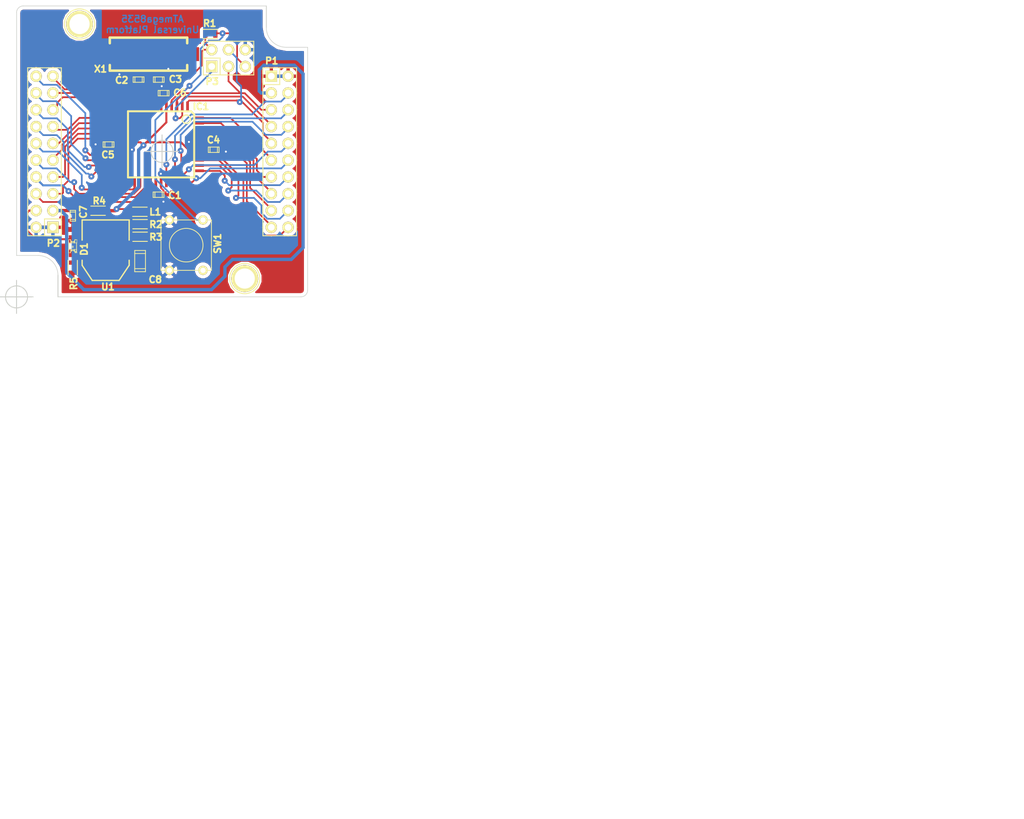
<source format=kicad_pcb>
(kicad_pcb (version 4) (host pcbnew "(2014-08-18 BZR 5081)-product")

  (general
    (links 87)
    (no_connects 1)
    (area 118.059999 71.462199 162.160001 115.562201)
    (thickness 1.6)
    (drawings 25)
    (tracks 455)
    (zones 0)
    (modules 24)
    (nets 43)
  )

  (page A4)
  (layers
    (0 F.Cu signal)
    (31 B.Cu signal)
    (32 B.Adhes user)
    (33 F.Adhes user)
    (34 B.Paste user)
    (35 F.Paste user)
    (36 B.SilkS user)
    (37 F.SilkS user)
    (38 B.Mask user)
    (39 F.Mask user)
    (40 Dwgs.User user)
    (41 Cmts.User user)
    (42 Eco1.User user)
    (43 Eco2.User user)
    (44 Edge.Cuts user)
    (45 Margin user)
  )

  (setup
    (last_trace_width 0.3)
    (user_trace_width 0.3)
    (user_trace_width 0.5)
    (user_trace_width 1)
    (trace_clearance 0.254)
    (zone_clearance 0.508)
    (zone_45_only no)
    (trace_min 0.254)
    (segment_width 0.2)
    (edge_width 0.15)
    (via_size 0.889)
    (via_drill 0.635)
    (via_min_size 0.889)
    (via_min_drill 0.3)
    (user_via 0.9 0.3)
    (uvia_size 0.508)
    (uvia_drill 0.127)
    (uvias_allowed no)
    (uvia_min_size 0.508)
    (uvia_min_drill 0.127)
    (pcb_text_width 0.3)
    (pcb_text_size 1 1)
    (mod_edge_width 0.15)
    (mod_text_size 1 1)
    (mod_text_width 0.2)
    (pad_size 4.064 4.064)
    (pad_drill 3.048)
    (pad_to_mask_clearance 0.1)
    (solder_mask_min_width 0.075)
    (aux_axis_origin 0 0)
    (visible_elements FFFFFF7F)
    (pcbplotparams
      (layerselection 0x010f8_80000001)
      (usegerberextensions true)
      (excludeedgelayer true)
      (linewidth 0.100000)
      (plotframeref false)
      (viasonmask false)
      (mode 1)
      (useauxorigin false)
      (hpglpennumber 1)
      (hpglpenspeed 20)
      (hpglpendiameter 15)
      (hpglpenoverlay 2)
      (psnegative false)
      (psa4output false)
      (plotreference true)
      (plotvalue false)
      (plotinvisibletext false)
      (padsonsilk false)
      (subtractmaskfromsilk false)
      (outputformat 1)
      (mirror false)
      (drillshape 0)
      (scaleselection 1)
      (outputdirectory ../Gerberfiles/Plot140916/))
  )

  (net 0 "")
  (net 1 /AVCC)
  (net 2 GND)
  (net 3 /XTAL_1)
  (net 4 /XTAL_2)
  (net 5 /VCC)
  (net 6 /V_EXT)
  (net 7 /PB0)
  (net 8 /PB1)
  (net 9 /PB2)
  (net 10 /PB3)
  (net 11 /PB4)
  (net 12 /PA0)
  (net 13 /PA1)
  (net 14 /PA2)
  (net 15 /PA3)
  (net 16 /PD7)
  (net 17 /PD6)
  (net 18 /PD5)
  (net 19 /PD4)
  (net 20 /PD3)
  (net 21 /PC0)
  (net 22 /PC1)
  (net 23 /PC2)
  (net 24 /PC3)
  (net 25 /PC7)
  (net 26 /PD0)
  (net 27 /PC6)
  (net 28 /PC5)
  (net 29 /PD1)
  (net 30 /PD2)
  (net 31 /PC4)
  (net 32 /AREF)
  (net 33 /PA7)
  (net 34 /PA6)
  (net 35 /PB7)
  (net 36 /PB6)
  (net 37 /PA5)
  (net 38 /PA4)
  (net 39 /PB5)
  (net 40 "Net-(R2-Pad1)")
  (net 41 /RESET_N)
  (net 42 "Net-(D1-Pad2)")

  (net_class Default "Dies ist die voreingestellte Netzklasse."
    (clearance 0.254)
    (trace_width 0.254)
    (via_dia 0.889)
    (via_drill 0.635)
    (uvia_dia 0.508)
    (uvia_drill 0.127)
    (add_net /AREF)
    (add_net /AVCC)
    (add_net /PA0)
    (add_net /PA1)
    (add_net /PA2)
    (add_net /PA3)
    (add_net /PA4)
    (add_net /PA5)
    (add_net /PA6)
    (add_net /PA7)
    (add_net /PB0)
    (add_net /PB1)
    (add_net /PB2)
    (add_net /PB3)
    (add_net /PB4)
    (add_net /PB5)
    (add_net /PB6)
    (add_net /PB7)
    (add_net /PC0)
    (add_net /PC1)
    (add_net /PC2)
    (add_net /PC3)
    (add_net /PC4)
    (add_net /PC5)
    (add_net /PC6)
    (add_net /PC7)
    (add_net /PD0)
    (add_net /PD1)
    (add_net /PD2)
    (add_net /PD3)
    (add_net /PD4)
    (add_net /PD5)
    (add_net /PD6)
    (add_net /PD7)
    (add_net /RESET_N)
    (add_net /VCC)
    (add_net /V_EXT)
    (add_net /XTAL_1)
    (add_net /XTAL_2)
    (add_net GND)
    (add_net "Net-(D1-Pad2)")
    (add_net "Net-(R2-Pad1)")
  )

  (module Pin_Headers:Pin_Header_Straight_2x10 locked (layer F.Cu) (tedit 54800425) (tstamp 5415F7D3)
    (at 122.33 93.57 90)
    (descr "Through hole pin header")
    (tags "pin header")
    (path /5413C067)
    (fp_text reference P2 (at -13.83 1.34 180) (layer F.SilkS)
      (effects (font (size 1 1) (thickness 0.25)))
    )
    (fp_text value CONN_02X10 (at 0 0 90) (layer F.SilkS) hide
      (effects (font (size 0.5 0.5) (thickness 0.1)))
    )
    (fp_line (start 12.7 -2.54) (end -12.7 -2.54) (layer F.SilkS) (width 0.15))
    (fp_line (start -10.16 2.54) (end 12.7 2.54) (layer F.SilkS) (width 0.15))
    (fp_line (start 12.7 -2.54) (end 12.7 2.54) (layer F.SilkS) (width 0.15))
    (fp_line (start -12.7 -2.54) (end -12.7 0) (layer F.SilkS) (width 0.15))
    (fp_line (start -12.7 2.54) (end -10.16 2.54) (layer F.SilkS) (width 0.15))
    (fp_line (start -12.7 0) (end -10.16 0) (layer F.SilkS) (width 0.15))
    (fp_line (start -10.16 0) (end -10.16 2.54) (layer F.SilkS) (width 0.15))
    (fp_line (start -12.7 2.54) (end -12.7 0) (layer F.SilkS) (width 0.15))
    (pad 1 thru_hole rect (at -11.43 1.27 90) (size 1.7272 1.7272) (drill 1.016) (layers *.Cu *.Mask F.SilkS)
      (net 2 GND))
    (pad 2 thru_hole oval (at -11.43 -1.27 90) (size 1.7272 1.7272) (drill 1.016) (layers *.Cu *.Mask F.SilkS)
      (net 2 GND))
    (pad 3 thru_hole oval (at -8.89 1.27 90) (size 1.7272 1.7272) (drill 1.016) (layers *.Cu *.Mask F.SilkS)
      (net 6 /V_EXT))
    (pad 4 thru_hole oval (at -8.89 -1.27 90) (size 1.7272 1.7272) (drill 1.016) (layers *.Cu *.Mask F.SilkS)
      (net 5 /VCC))
    (pad 5 thru_hole oval (at -6.35 1.27 90) (size 1.7272 1.7272) (drill 1.016) (layers *.Cu *.Mask F.SilkS)
      (net 16 /PD7))
    (pad 6 thru_hole oval (at -6.35 -1.27 90) (size 1.7272 1.7272) (drill 1.016) (layers *.Cu *.Mask F.SilkS)
      (net 25 /PC7))
    (pad 7 thru_hole oval (at -3.81 1.27 90) (size 1.7272 1.7272) (drill 1.016) (layers *.Cu *.Mask F.SilkS)
      (net 17 /PD6))
    (pad 8 thru_hole oval (at -3.81 -1.27 90) (size 1.7272 1.7272) (drill 1.016) (layers *.Cu *.Mask F.SilkS)
      (net 27 /PC6))
    (pad 9 thru_hole oval (at -1.27 1.27 90) (size 1.7272 1.7272) (drill 1.016) (layers *.Cu *.Mask F.SilkS)
      (net 18 /PD5))
    (pad 10 thru_hole oval (at -1.27 -1.27 90) (size 1.7272 1.7272) (drill 1.016) (layers *.Cu *.Mask F.SilkS)
      (net 28 /PC5))
    (pad 11 thru_hole oval (at 1.27 1.27 90) (size 1.7272 1.7272) (drill 1.016) (layers *.Cu *.Mask F.SilkS)
      (net 19 /PD4))
    (pad 12 thru_hole oval (at 1.27 -1.27 90) (size 1.7272 1.7272) (drill 1.016) (layers *.Cu *.Mask F.SilkS)
      (net 31 /PC4))
    (pad 13 thru_hole oval (at 3.81 1.27 90) (size 1.7272 1.7272) (drill 1.016) (layers *.Cu *.Mask F.SilkS)
      (net 20 /PD3))
    (pad 14 thru_hole oval (at 3.81 -1.27 90) (size 1.7272 1.7272) (drill 1.016) (layers *.Cu *.Mask F.SilkS)
      (net 24 /PC3))
    (pad 15 thru_hole oval (at 6.35 1.27 90) (size 1.7272 1.7272) (drill 1.016) (layers *.Cu *.Mask F.SilkS)
      (net 30 /PD2))
    (pad 16 thru_hole oval (at 6.35 -1.27 90) (size 1.7272 1.7272) (drill 1.016) (layers *.Cu *.Mask F.SilkS)
      (net 23 /PC2))
    (pad 17 thru_hole oval (at 8.89 1.27 90) (size 1.7272 1.7272) (drill 1.016) (layers *.Cu *.Mask F.SilkS)
      (net 29 /PD1))
    (pad 18 thru_hole oval (at 8.89 -1.27 90) (size 1.7272 1.7272) (drill 1.016) (layers *.Cu *.Mask F.SilkS)
      (net 22 /PC1))
    (pad 19 thru_hole oval (at 11.43 1.27 90) (size 1.7272 1.7272) (drill 1.016) (layers *.Cu *.Mask F.SilkS)
      (net 26 /PD0))
    (pad 20 thru_hole oval (at 11.43 -1.27 90) (size 1.7272 1.7272) (drill 1.016) (layers *.Cu *.Mask F.SilkS)
      (net 21 /PC0))
    (model Pin_Headers/Pin_Header_Straight_2x10.wrl
      (at (xyz 0 0 0))
      (scale (xyz 1 1 1))
      (rotate (xyz 0 0 0))
    )
  )

  (module Capacitors_SMD:c_0603 (layer F.Cu) (tedit 54800405) (tstamp 5415F4E5)
    (at 139.573 100.069 180)
    (descr "SMT capacitor, 0603")
    (path /53F5D143)
    (fp_text reference C1 (at -2.477 -0.106 360) (layer F.SilkS)
      (effects (font (size 1 1) (thickness 0.25)))
    )
    (fp_text value 100nF (at 0 0.635 180) (layer F.SilkS) hide
      (effects (font (size 0.5 0.5) (thickness 0.1)))
    )
    (fp_line (start 0.5588 0.4064) (end 0.5588 -0.4064) (layer F.SilkS) (width 0.127))
    (fp_line (start -0.5588 -0.381) (end -0.5588 0.4064) (layer F.SilkS) (width 0.127))
    (fp_line (start -0.8128 -0.4064) (end 0.8128 -0.4064) (layer F.SilkS) (width 0.127))
    (fp_line (start 0.8128 -0.4064) (end 0.8128 0.4064) (layer F.SilkS) (width 0.127))
    (fp_line (start 0.8128 0.4064) (end -0.8128 0.4064) (layer F.SilkS) (width 0.127))
    (fp_line (start -0.8128 0.4064) (end -0.8128 -0.4064) (layer F.SilkS) (width 0.127))
    (pad 1 smd rect (at 0.75184 0 180) (size 0.89916 1.00076) (layers F.Cu F.Paste F.Mask)
      (net 1 /AVCC))
    (pad 2 smd rect (at -0.75184 0 180) (size 0.89916 1.00076) (layers F.Cu F.Paste F.Mask)
      (net 2 GND))
    (model smd/capacitors/c_0603.wrl
      (at (xyz 0 0 0))
      (scale (xyz 1 1 1))
      (rotate (xyz 0 0 0))
    )
    (model smd/Capacitors/C0603.wrl
      (at (xyz 0 0 0))
      (scale (xyz 0.5 0.5 0.5))
      (rotate (xyz 0 0 0))
    )
  )

  (module Capacitors_SMD:c_0603 (layer F.Cu) (tedit 5480035C) (tstamp 5415F476)
    (at 136.55 82.65 180)
    (descr "SMT capacitor, 0603")
    (path /53F5E902)
    (fp_text reference C2 (at 2.55 -0.1 180) (layer F.SilkS)
      (effects (font (size 1 1) (thickness 0.25)))
    )
    (fp_text value C (at 0 0.635 180) (layer F.SilkS) hide
      (effects (font (size 0.5 0.5) (thickness 0.1)))
    )
    (fp_line (start 0.5588 0.4064) (end 0.5588 -0.4064) (layer F.SilkS) (width 0.127))
    (fp_line (start -0.5588 -0.381) (end -0.5588 0.4064) (layer F.SilkS) (width 0.127))
    (fp_line (start -0.8128 -0.4064) (end 0.8128 -0.4064) (layer F.SilkS) (width 0.127))
    (fp_line (start 0.8128 -0.4064) (end 0.8128 0.4064) (layer F.SilkS) (width 0.127))
    (fp_line (start 0.8128 0.4064) (end -0.8128 0.4064) (layer F.SilkS) (width 0.127))
    (fp_line (start -0.8128 0.4064) (end -0.8128 -0.4064) (layer F.SilkS) (width 0.127))
    (pad 1 smd rect (at 0.75184 0 180) (size 0.89916 1.00076) (layers F.Cu F.Paste F.Mask)
      (net 2 GND))
    (pad 2 smd rect (at -0.75184 0 180) (size 0.89916 1.00076) (layers F.Cu F.Paste F.Mask)
      (net 3 /XTAL_1))
    (model smd/capacitors/c_0603.wrl
      (at (xyz 0 0 0))
      (scale (xyz 1 1 1))
      (rotate (xyz 0 0 0))
    )
    (model smd/Capacitors/C0603.wrl
      (at (xyz 0 0 0))
      (scale (xyz 0.5 0.5 0.5))
      (rotate (xyz 0 0 0))
    )
  )

  (module Capacitors_SMD:c_0603 (layer F.Cu) (tedit 54800360) (tstamp 5415F469)
    (at 139.6 82.65)
    (descr "SMT capacitor, 0603")
    (path /53F5E99C)
    (fp_text reference C3 (at 2.525 -0.05) (layer F.SilkS)
      (effects (font (size 1 1) (thickness 0.25)))
    )
    (fp_text value C (at 0 0.635) (layer F.SilkS) hide
      (effects (font (size 0.5 0.5) (thickness 0.1)))
    )
    (fp_line (start 0.5588 0.4064) (end 0.5588 -0.4064) (layer F.SilkS) (width 0.127))
    (fp_line (start -0.5588 -0.381) (end -0.5588 0.4064) (layer F.SilkS) (width 0.127))
    (fp_line (start -0.8128 -0.4064) (end 0.8128 -0.4064) (layer F.SilkS) (width 0.127))
    (fp_line (start 0.8128 -0.4064) (end 0.8128 0.4064) (layer F.SilkS) (width 0.127))
    (fp_line (start 0.8128 0.4064) (end -0.8128 0.4064) (layer F.SilkS) (width 0.127))
    (fp_line (start -0.8128 0.4064) (end -0.8128 -0.4064) (layer F.SilkS) (width 0.127))
    (pad 1 smd rect (at 0.75184 0) (size 0.89916 1.00076) (layers F.Cu F.Paste F.Mask)
      (net 2 GND))
    (pad 2 smd rect (at -0.75184 0) (size 0.89916 1.00076) (layers F.Cu F.Paste F.Mask)
      (net 4 /XTAL_2))
    (model smd/capacitors/c_0603.wrl
      (at (xyz 0 0 0))
      (scale (xyz 1 1 1))
      (rotate (xyz 0 0 0))
    )
    (model smd/Capacitors/C0603.wrl
      (at (xyz 0 0 0))
      (scale (xyz 0.5 0.5 0.5))
      (rotate (xyz 0 0 0))
    )
  )

  (module Capacitors_SMD:c_0603 (layer F.Cu) (tedit 5480037B) (tstamp 5415F513)
    (at 147.91 93.27 180)
    (descr "SMT capacitor, 0603")
    (path /54161A92)
    (fp_text reference C4 (at 0.035 1.495 180) (layer F.SilkS)
      (effects (font (size 1 1) (thickness 0.25)))
    )
    (fp_text value 100nF (at 0 0.635 180) (layer F.SilkS) hide
      (effects (font (size 0.5 0.5) (thickness 0.1)))
    )
    (fp_line (start 0.5588 0.4064) (end 0.5588 -0.4064) (layer F.SilkS) (width 0.127))
    (fp_line (start -0.5588 -0.381) (end -0.5588 0.4064) (layer F.SilkS) (width 0.127))
    (fp_line (start -0.8128 -0.4064) (end 0.8128 -0.4064) (layer F.SilkS) (width 0.127))
    (fp_line (start 0.8128 -0.4064) (end 0.8128 0.4064) (layer F.SilkS) (width 0.127))
    (fp_line (start 0.8128 0.4064) (end -0.8128 0.4064) (layer F.SilkS) (width 0.127))
    (fp_line (start -0.8128 0.4064) (end -0.8128 -0.4064) (layer F.SilkS) (width 0.127))
    (pad 1 smd rect (at 0.75184 0 180) (size 0.89916 1.00076) (layers F.Cu F.Paste F.Mask)
      (net 5 /VCC))
    (pad 2 smd rect (at -0.75184 0 180) (size 0.89916 1.00076) (layers F.Cu F.Paste F.Mask)
      (net 2 GND))
    (model smd/capacitors/c_0603.wrl
      (at (xyz 0 0 0))
      (scale (xyz 1 1 1))
      (rotate (xyz 0 0 0))
    )
    (model smd/Capacitors/C0603.wrl
      (at (xyz 0 0 0))
      (scale (xyz 0.5 0.5 0.5))
      (rotate (xyz 0 0 0))
    )
  )

  (module Capacitors_SMD:c_0603 (layer F.Cu) (tedit 54800383) (tstamp 5415F5BE)
    (at 132.01 92.47)
    (descr "SMT capacitor, 0603")
    (path /54161F34)
    (fp_text reference C5 (at -0.085 1.555) (layer F.SilkS)
      (effects (font (size 1 1) (thickness 0.25)))
    )
    (fp_text value 100nF (at 0 0.635) (layer F.SilkS) hide
      (effects (font (size 0.5 0.5) (thickness 0.1)))
    )
    (fp_line (start 0.5588 0.4064) (end 0.5588 -0.4064) (layer F.SilkS) (width 0.127))
    (fp_line (start -0.5588 -0.381) (end -0.5588 0.4064) (layer F.SilkS) (width 0.127))
    (fp_line (start -0.8128 -0.4064) (end 0.8128 -0.4064) (layer F.SilkS) (width 0.127))
    (fp_line (start 0.8128 -0.4064) (end 0.8128 0.4064) (layer F.SilkS) (width 0.127))
    (fp_line (start 0.8128 0.4064) (end -0.8128 0.4064) (layer F.SilkS) (width 0.127))
    (fp_line (start -0.8128 0.4064) (end -0.8128 -0.4064) (layer F.SilkS) (width 0.127))
    (pad 1 smd rect (at 0.75184 0) (size 0.89916 1.00076) (layers F.Cu F.Paste F.Mask)
      (net 5 /VCC))
    (pad 2 smd rect (at -0.75184 0) (size 0.89916 1.00076) (layers F.Cu F.Paste F.Mask)
      (net 2 GND))
    (model smd/capacitors/c_0603.wrl
      (at (xyz 0 0 0))
      (scale (xyz 0.5 0.5 0.5))
      (rotate (xyz 0 0 0))
    )
    (model smd/Capacitors/C0603.wrl
      (at (xyz 0 0 0))
      (scale (xyz 0.5 0.5 0.5))
      (rotate (xyz 0 0 0))
    )
  )

  (module Capacitors_SMD:c_0603 (layer F.Cu) (tedit 5480036C) (tstamp 5415F48F)
    (at 140.335 84.702)
    (descr "SMT capacitor, 0603")
    (path /54161F64)
    (fp_text reference C6 (at 2.465 -0.052) (layer F.SilkS)
      (effects (font (size 1 1) (thickness 0.25)))
    )
    (fp_text value 100nF (at 0 0.635) (layer F.SilkS) hide
      (effects (font (size 0.5 0.5) (thickness 0.1)))
    )
    (fp_line (start 0.5588 0.4064) (end 0.5588 -0.4064) (layer F.SilkS) (width 0.127))
    (fp_line (start -0.5588 -0.381) (end -0.5588 0.4064) (layer F.SilkS) (width 0.127))
    (fp_line (start -0.8128 -0.4064) (end 0.8128 -0.4064) (layer F.SilkS) (width 0.127))
    (fp_line (start 0.8128 -0.4064) (end 0.8128 0.4064) (layer F.SilkS) (width 0.127))
    (fp_line (start 0.8128 0.4064) (end -0.8128 0.4064) (layer F.SilkS) (width 0.127))
    (fp_line (start -0.8128 0.4064) (end -0.8128 -0.4064) (layer F.SilkS) (width 0.127))
    (pad 1 smd rect (at 0.75184 0) (size 0.89916 1.00076) (layers F.Cu F.Paste F.Mask)
      (net 5 /VCC))
    (pad 2 smd rect (at -0.75184 0) (size 0.89916 1.00076) (layers F.Cu F.Paste F.Mask)
      (net 2 GND))
    (model smd/capacitors/c_0603.wrl
      (at (xyz 0 0 0))
      (scale (xyz 1 1 1))
      (rotate (xyz 0 0 0))
    )
    (model smd/Capacitors/C0603.wrl
      (at (xyz 0 0 0))
      (scale (xyz 0.5 0.5 0.5))
      (rotate (xyz 0 0 0))
    )
  )

  (module SMD_Packages:TQFP-44 locked (layer F.Cu) (tedit 54800371) (tstamp 5415FC47)
    (at 139.954 92.449 270)
    (path /53EB91DE)
    (attr smd)
    (fp_text reference IC1 (at -5.724 -6.021 360) (layer F.SilkS)
      (effects (font (size 1 1) (thickness 0.25)))
    )
    (fp_text value ATMEGA8535-A (at -1.263 -26.416 270) (layer F.SilkS) hide
      (effects (font (size 0.5 0.5) (thickness 0.1)))
    )
    (fp_line (start 5.0038 -5.0038) (end 5.0038 5.0038) (layer F.SilkS) (width 0.3048))
    (fp_line (start 5.0038 5.0038) (end -5.0038 5.0038) (layer F.SilkS) (width 0.3048))
    (fp_line (start -5.0038 -4.5212) (end -5.0038 5.0038) (layer F.SilkS) (width 0.3048))
    (fp_line (start -4.5212 -5.0038) (end 5.0038 -5.0038) (layer F.SilkS) (width 0.3048))
    (fp_line (start -5.0038 -4.5212) (end -4.5212 -5.0038) (layer F.SilkS) (width 0.3048))
    (fp_circle (center -3.81 -3.81) (end -3.81 -3.175) (layer F.SilkS) (width 0.2032))
    (pad 39 smd rect (at 0 -5.715 270) (size 0.4064 1.524) (layers F.Cu F.Paste F.Mask)
      (net 2 GND))
    (pad 40 smd rect (at -0.8001 -5.715 270) (size 0.4064 1.524) (layers F.Cu F.Paste F.Mask)
      (net 7 /PB0))
    (pad 41 smd rect (at -1.6002 -5.715 270) (size 0.4064 1.524) (layers F.Cu F.Paste F.Mask)
      (net 8 /PB1))
    (pad 42 smd rect (at -2.4003 -5.715 270) (size 0.4064 1.524) (layers F.Cu F.Paste F.Mask)
      (net 9 /PB2))
    (pad 43 smd rect (at -3.2004 -5.715 270) (size 0.4064 1.524) (layers F.Cu F.Paste F.Mask)
      (net 10 /PB3))
    (pad 44 smd rect (at -4.0005 -5.715 270) (size 0.4064 1.524) (layers F.Cu F.Paste F.Mask)
      (net 11 /PB4))
    (pad 38 smd rect (at 0.8001 -5.715 270) (size 0.4064 1.524) (layers F.Cu F.Paste F.Mask)
      (net 5 /VCC))
    (pad 37 smd rect (at 1.6002 -5.715 270) (size 0.4064 1.524) (layers F.Cu F.Paste F.Mask)
      (net 12 /PA0))
    (pad 36 smd rect (at 2.4003 -5.715 270) (size 0.4064 1.524) (layers F.Cu F.Paste F.Mask)
      (net 13 /PA1))
    (pad 35 smd rect (at 3.2004 -5.715 270) (size 0.4064 1.524) (layers F.Cu F.Paste F.Mask)
      (net 14 /PA2))
    (pad 34 smd rect (at 4.0005 -5.715 270) (size 0.4064 1.524) (layers F.Cu F.Paste F.Mask)
      (net 15 /PA3))
    (pad 17 smd rect (at 0 5.715 270) (size 0.4064 1.524) (layers F.Cu F.Paste F.Mask)
      (net 5 /VCC))
    (pad 16 smd rect (at -0.8001 5.715 270) (size 0.4064 1.524) (layers F.Cu F.Paste F.Mask)
      (net 16 /PD7))
    (pad 15 smd rect (at -1.6002 5.715 270) (size 0.4064 1.524) (layers F.Cu F.Paste F.Mask)
      (net 17 /PD6))
    (pad 14 smd rect (at -2.4003 5.715 270) (size 0.4064 1.524) (layers F.Cu F.Paste F.Mask)
      (net 18 /PD5))
    (pad 13 smd rect (at -3.2004 5.715 270) (size 0.4064 1.524) (layers F.Cu F.Paste F.Mask)
      (net 19 /PD4))
    (pad 12 smd rect (at -4.0005 5.715 270) (size 0.4064 1.524) (layers F.Cu F.Paste F.Mask)
      (net 20 /PD3))
    (pad 18 smd rect (at 0.8001 5.715 270) (size 0.4064 1.524) (layers F.Cu F.Paste F.Mask)
      (net 2 GND))
    (pad 19 smd rect (at 1.6002 5.715 270) (size 0.4064 1.524) (layers F.Cu F.Paste F.Mask)
      (net 21 /PC0))
    (pad 20 smd rect (at 2.4003 5.715 270) (size 0.4064 1.524) (layers F.Cu F.Paste F.Mask)
      (net 22 /PC1))
    (pad 21 smd rect (at 3.2004 5.715 270) (size 0.4064 1.524) (layers F.Cu F.Paste F.Mask)
      (net 23 /PC2))
    (pad 22 smd rect (at 4.0005 5.715 270) (size 0.4064 1.524) (layers F.Cu F.Paste F.Mask)
      (net 24 /PC3))
    (pad 6 smd rect (at -5.715 0 270) (size 1.524 0.4064) (layers F.Cu F.Paste F.Mask)
      (net 2 GND))
    (pad 28 smd rect (at 5.715 0 270) (size 1.524 0.4064) (layers F.Cu F.Paste F.Mask)
      (net 2 GND))
    (pad 7 smd rect (at -5.715 0.8001 270) (size 1.524 0.4064) (layers F.Cu F.Paste F.Mask)
      (net 4 /XTAL_2))
    (pad 27 smd rect (at 5.715 0.8001 270) (size 1.524 0.4064) (layers F.Cu F.Paste F.Mask)
      (net 1 /AVCC))
    (pad 26 smd rect (at 5.715 1.6002 270) (size 1.524 0.4064) (layers F.Cu F.Paste F.Mask)
      (net 25 /PC7))
    (pad 8 smd rect (at -5.715 1.6002 270) (size 1.524 0.4064) (layers F.Cu F.Paste F.Mask)
      (net 3 /XTAL_1))
    (pad 9 smd rect (at -5.715 2.4003 270) (size 1.524 0.4064) (layers F.Cu F.Paste F.Mask)
      (net 26 /PD0))
    (pad 25 smd rect (at 5.715 2.4003 270) (size 1.524 0.4064) (layers F.Cu F.Paste F.Mask)
      (net 27 /PC6))
    (pad 24 smd rect (at 5.715 3.2004 270) (size 1.524 0.4064) (layers F.Cu F.Paste F.Mask)
      (net 28 /PC5))
    (pad 10 smd rect (at -5.715 3.2004 270) (size 1.524 0.4064) (layers F.Cu F.Paste F.Mask)
      (net 29 /PD1))
    (pad 11 smd rect (at -5.715 4.0005 270) (size 1.524 0.4064) (layers F.Cu F.Paste F.Mask)
      (net 30 /PD2))
    (pad 23 smd rect (at 5.715 4.0005 270) (size 1.524 0.4064) (layers F.Cu F.Paste F.Mask)
      (net 31 /PC4))
    (pad 29 smd rect (at 5.715 -0.8001 270) (size 1.524 0.4064) (layers F.Cu F.Paste F.Mask)
      (net 32 /AREF))
    (pad 5 smd rect (at -5.715 -0.8001 270) (size 1.524 0.4064) (layers F.Cu F.Paste F.Mask)
      (net 5 /VCC))
    (pad 4 smd rect (at -5.715 -1.6002 270) (size 1.524 0.4064) (layers F.Cu F.Paste F.Mask)
      (net 41 /RESET_N))
    (pad 30 smd rect (at 5.715 -1.6002 270) (size 1.524 0.4064) (layers F.Cu F.Paste F.Mask)
      (net 33 /PA7))
    (pad 31 smd rect (at 5.715 -2.4003 270) (size 1.524 0.4064) (layers F.Cu F.Paste F.Mask)
      (net 34 /PA6))
    (pad 3 smd rect (at -5.715 -2.4003 270) (size 1.524 0.4064) (layers F.Cu F.Paste F.Mask)
      (net 35 /PB7))
    (pad 2 smd rect (at -5.715 -3.2004 270) (size 1.524 0.4064) (layers F.Cu F.Paste F.Mask)
      (net 36 /PB6))
    (pad 32 smd rect (at 5.715 -3.2004 270) (size 1.524 0.4064) (layers F.Cu F.Paste F.Mask)
      (net 37 /PA5))
    (pad 33 smd rect (at 5.715 -4.0005 270) (size 1.524 0.4064) (layers F.Cu F.Paste F.Mask)
      (net 38 /PA4))
    (pad 1 smd rect (at -5.715 -4.0005 270) (size 1.524 0.4064) (layers F.Cu F.Paste F.Mask)
      (net 39 /PB5))
    (model smd/tqfp44.wrl
      (at (xyz 0 0 0))
      (scale (xyz 4 4 4))
      (rotate (xyz 0 0 0))
    )
  )

  (module Resistors_SMD:R_0603 (layer F.Cu) (tedit 5480034C) (tstamp 5415F445)
    (at 147.4 75.75)
    (path /53EB942F)
    (attr smd)
    (fp_text reference R1 (at -0.1 -1.6 180) (layer F.SilkS)
      (effects (font (size 1 1) (thickness 0.25)))
    )
    (fp_text value 10k (at 0 1.2 180) (layer F.SilkS) hide
      (effects (font (size 0.5 0.5) (thickness 0.1)))
    )
    (fp_line (start -1.1 -0.7) (end 1.1 -0.7) (layer F.SilkS) (width 0.15))
    (fp_line (start -1.1 0.7) (end 1.1 0.7) (layer F.SilkS) (width 0.15))
    (fp_circle (center 0 0) (end 0.15 0) (layer F.Adhes) (width 0.3))
    (pad 1 smd rect (at -0.762 0) (size 0.635 1.143) (layers F.Cu F.Paste F.Mask)
      (net 5 /VCC))
    (pad 2 smd rect (at 0.762 0) (size 0.635 1.143) (layers F.Cu F.Paste F.Mask)
      (net 41 /RESET_N))
    (model smd\resistors\R0603.wrl
      (at (xyz 0 0 0.001))
      (scale (xyz 0.5 0.5 0.5))
      (rotate (xyz 0 0 0))
    )
  )

  (module Pin_Headers:Pin_Header_Straight_2x10 locked (layer F.Cu) (tedit 54800348) (tstamp 5415F9EC)
    (at 157.89 93.57 270)
    (descr "Through hole pin header")
    (tags "pin header")
    (path /5413B847)
    (fp_text reference P1 (at -13.745 1.21 360) (layer F.SilkS)
      (effects (font (size 1 1) (thickness 0.25)))
    )
    (fp_text value CONN_02X10 (at 0 0 270) (layer F.SilkS) hide
      (effects (font (size 0.5 0.5) (thickness 0.1)))
    )
    (fp_line (start 12.7 -2.54) (end -12.7 -2.54) (layer F.SilkS) (width 0.15))
    (fp_line (start -10.16 2.54) (end 12.7 2.54) (layer F.SilkS) (width 0.15))
    (fp_line (start 12.7 -2.54) (end 12.7 2.54) (layer F.SilkS) (width 0.15))
    (fp_line (start -12.7 -2.54) (end -12.7 0) (layer F.SilkS) (width 0.15))
    (fp_line (start -12.7 2.54) (end -10.16 2.54) (layer F.SilkS) (width 0.15))
    (fp_line (start -12.7 0) (end -10.16 0) (layer F.SilkS) (width 0.15))
    (fp_line (start -10.16 0) (end -10.16 2.54) (layer F.SilkS) (width 0.15))
    (fp_line (start -12.7 2.54) (end -12.7 0) (layer F.SilkS) (width 0.15))
    (pad 1 thru_hole rect (at -11.43 1.27 270) (size 1.7272 1.7272) (drill 1.016) (layers *.Cu *.Mask F.SilkS)
      (net 2 GND))
    (pad 2 thru_hole oval (at -11.43 -1.27 270) (size 1.7272 1.7272) (drill 1.016) (layers *.Cu *.Mask F.SilkS)
      (net 2 GND))
    (pad 3 thru_hole oval (at -8.89 1.27 270) (size 1.7272 1.7272) (drill 1.016) (layers *.Cu *.Mask F.SilkS)
      (net 6 /V_EXT))
    (pad 4 thru_hole oval (at -8.89 -1.27 270) (size 1.7272 1.7272) (drill 1.016) (layers *.Cu *.Mask F.SilkS)
      (net 32 /AREF))
    (pad 5 thru_hole oval (at -6.35 1.27 270) (size 1.7272 1.7272) (drill 1.016) (layers *.Cu *.Mask F.SilkS)
      (net 35 /PB7))
    (pad 6 thru_hole oval (at -6.35 -1.27 270) (size 1.7272 1.7272) (drill 1.016) (layers *.Cu *.Mask F.SilkS)
      (net 33 /PA7))
    (pad 7 thru_hole oval (at -3.81 1.27 270) (size 1.7272 1.7272) (drill 1.016) (layers *.Cu *.Mask F.SilkS)
      (net 36 /PB6))
    (pad 8 thru_hole oval (at -3.81 -1.27 270) (size 1.7272 1.7272) (drill 1.016) (layers *.Cu *.Mask F.SilkS)
      (net 34 /PA6))
    (pad 9 thru_hole oval (at -1.27 1.27 270) (size 1.7272 1.7272) (drill 1.016) (layers *.Cu *.Mask F.SilkS)
      (net 39 /PB5))
    (pad 10 thru_hole oval (at -1.27 -1.27 270) (size 1.7272 1.7272) (drill 1.016) (layers *.Cu *.Mask F.SilkS)
      (net 37 /PA5))
    (pad 11 thru_hole oval (at 1.27 1.27 270) (size 1.7272 1.7272) (drill 1.016) (layers *.Cu *.Mask F.SilkS)
      (net 11 /PB4))
    (pad 12 thru_hole oval (at 1.27 -1.27 270) (size 1.7272 1.7272) (drill 1.016) (layers *.Cu *.Mask F.SilkS)
      (net 38 /PA4))
    (pad 13 thru_hole oval (at 3.81 1.27 270) (size 1.7272 1.7272) (drill 1.016) (layers *.Cu *.Mask F.SilkS)
      (net 10 /PB3))
    (pad 14 thru_hole oval (at 3.81 -1.27 270) (size 1.7272 1.7272) (drill 1.016) (layers *.Cu *.Mask F.SilkS)
      (net 15 /PA3))
    (pad 15 thru_hole oval (at 6.35 1.27 270) (size 1.7272 1.7272) (drill 1.016) (layers *.Cu *.Mask F.SilkS)
      (net 9 /PB2))
    (pad 16 thru_hole oval (at 6.35 -1.27 270) (size 1.7272 1.7272) (drill 1.016) (layers *.Cu *.Mask F.SilkS)
      (net 14 /PA2))
    (pad 17 thru_hole oval (at 8.89 1.27 270) (size 1.7272 1.7272) (drill 1.016) (layers *.Cu *.Mask F.SilkS)
      (net 8 /PB1))
    (pad 18 thru_hole oval (at 8.89 -1.27 270) (size 1.7272 1.7272) (drill 1.016) (layers *.Cu *.Mask F.SilkS)
      (net 13 /PA1))
    (pad 19 thru_hole oval (at 11.43 1.27 270) (size 1.7272 1.7272) (drill 1.016) (layers *.Cu *.Mask F.SilkS)
      (net 7 /PB0))
    (pad 20 thru_hole oval (at 11.43 -1.27 270) (size 1.7272 1.7272) (drill 1.016) (layers *.Cu *.Mask F.SilkS)
      (net 12 /PA0))
    (model Pin_Headers/Pin_Header_Straight_2x10.wrl
      (at (xyz 0 0 0))
      (scale (xyz 1 1 1))
      (rotate (xyz 0 0 0))
    )
  )

  (module Capacitors_SMD:c_0603 (layer F.Cu) (tedit 5480038E) (tstamp 54166E4F)
    (at 126.619 103.251 90)
    (descr "SMT capacitor, 0603")
    (path /54160D4E)
    (fp_text reference C7 (at 0.576 1.581 270) (layer F.SilkS)
      (effects (font (size 1 1) (thickness 0.25)))
    )
    (fp_text value 0,1uF (at 0 0.635 90) (layer F.SilkS) hide
      (effects (font (size 0.5 0.5) (thickness 0.1)))
    )
    (fp_line (start 0.5588 0.4064) (end 0.5588 -0.4064) (layer F.SilkS) (width 0.127))
    (fp_line (start -0.5588 -0.381) (end -0.5588 0.4064) (layer F.SilkS) (width 0.127))
    (fp_line (start -0.8128 -0.4064) (end 0.8128 -0.4064) (layer F.SilkS) (width 0.127))
    (fp_line (start 0.8128 -0.4064) (end 0.8128 0.4064) (layer F.SilkS) (width 0.127))
    (fp_line (start 0.8128 0.4064) (end -0.8128 0.4064) (layer F.SilkS) (width 0.127))
    (fp_line (start -0.8128 0.4064) (end -0.8128 -0.4064) (layer F.SilkS) (width 0.127))
    (pad 1 smd rect (at 0.75184 0 90) (size 0.89916 1.00076) (layers F.Cu F.Paste F.Mask)
      (net 6 /V_EXT))
    (pad 2 smd rect (at -0.75184 0 90) (size 0.89916 1.00076) (layers F.Cu F.Paste F.Mask)
      (net 2 GND))
    (model smd/capacitors/c_0603.wrl
      (at (xyz 0 0 0))
      (scale (xyz 1 1 1))
      (rotate (xyz 0 0 0))
    )
    (model smd/Capacitors/C0603.wrl
      (at (xyz 0 0 0))
      (scale (xyz 0.5 0.5 0.5))
      (rotate (xyz 0 0 0))
    )
  )

  (module Capacitors_SMD:c_1206 (layer F.Cu) (tedit 54800415) (tstamp 54166E5B)
    (at 136.779 110.109 90)
    (descr "SMT capacitor, 1206")
    (path /54160362)
    (fp_text reference C8 (at -2.791 2.296 180) (layer F.SilkS)
      (effects (font (size 1 1) (thickness 0.25)))
    )
    (fp_text value 10uF (at 0 1.27 90) (layer F.SilkS) hide
      (effects (font (size 0.5 0.5) (thickness 0.1)))
    )
    (fp_line (start 1.143 0.8128) (end 1.143 -0.8128) (layer F.SilkS) (width 0.127))
    (fp_line (start -1.143 -0.8128) (end -1.143 0.8128) (layer F.SilkS) (width 0.127))
    (fp_line (start -1.6002 -0.8128) (end -1.6002 0.8128) (layer F.SilkS) (width 0.127))
    (fp_line (start -1.6002 0.8128) (end 1.6002 0.8128) (layer F.SilkS) (width 0.127))
    (fp_line (start 1.6002 0.8128) (end 1.6002 -0.8128) (layer F.SilkS) (width 0.127))
    (fp_line (start 1.6002 -0.8128) (end -1.6002 -0.8128) (layer F.SilkS) (width 0.127))
    (pad 1 smd rect (at 1.397 0 90) (size 1.6002 1.8034) (layers F.Cu F.Paste F.Mask)
      (net 5 /VCC))
    (pad 2 smd rect (at -1.397 0 90) (size 1.6002 1.8034) (layers F.Cu F.Paste F.Mask)
      (net 2 GND))
    (model smd/capacitors/c_1206.wrl
      (at (xyz 0 0 0))
      (scale (xyz 1 1 1))
      (rotate (xyz 0 0 0))
    )
    (model smd/Capacitors/c_1206.wrl
      (at (xyz 0 0 0))
      (scale (xyz 1 1 1))
      (rotate (xyz 0 0 0))
    )
  )

  (module Resistors_SMD:R_0603 (layer F.Cu) (tedit 548003F7) (tstamp 54166EA9)
    (at 136.779 104.521)
    (path /54157842)
    (attr smd)
    (fp_text reference R2 (at 2.396 0.054) (layer F.SilkS)
      (effects (font (size 1 1) (thickness 0.25)))
    )
    (fp_text value 680 (at 0 1.2 180) (layer F.SilkS) hide
      (effects (font (size 0.5 0.5) (thickness 0.1)))
    )
    (fp_line (start -1.1 -0.7) (end 1.1 -0.7) (layer F.SilkS) (width 0.15))
    (fp_line (start -1.1 0.7) (end 1.1 0.7) (layer F.SilkS) (width 0.15))
    (fp_circle (center 0 0) (end 0.15 0) (layer F.Adhes) (width 0.3))
    (pad 1 smd rect (at -0.762 0) (size 0.635 1.143) (layers F.Cu F.Paste F.Mask)
      (net 40 "Net-(R2-Pad1)"))
    (pad 2 smd rect (at 0.762 0) (size 0.635 1.143) (layers F.Cu F.Paste F.Mask)
      (net 2 GND))
    (model smd\resistors\R0603.wrl
      (at (xyz 0 0 0.001))
      (scale (xyz 0.5 0.5 0.5))
      (rotate (xyz 0 0 0))
    )
  )

  (module Resistors_SMD:R_0603 (layer F.Cu) (tedit 548003FB) (tstamp 54166EB2)
    (at 136.779 106.426 180)
    (path /541578AC)
    (attr smd)
    (fp_text reference R3 (at -2.396 -0.049 360) (layer F.SilkS)
      (effects (font (size 1 1) (thickness 0.25)))
    )
    (fp_text value 240 (at 0 1.2 360) (layer F.SilkS) hide
      (effects (font (size 0.5 0.5) (thickness 0.1)))
    )
    (fp_line (start -1.1 -0.7) (end 1.1 -0.7) (layer F.SilkS) (width 0.15))
    (fp_line (start -1.1 0.7) (end 1.1 0.7) (layer F.SilkS) (width 0.15))
    (fp_circle (center 0 0) (end 0.15 0) (layer F.Adhes) (width 0.3))
    (pad 1 smd rect (at -0.762 0 180) (size 0.635 1.143) (layers F.Cu F.Paste F.Mask)
      (net 5 /VCC))
    (pad 2 smd rect (at 0.762 0 180) (size 0.635 1.143) (layers F.Cu F.Paste F.Mask)
      (net 40 "Net-(R2-Pad1)"))
    (model smd\resistors\R0603.wrl
      (at (xyz 0 0 0.001))
      (scale (xyz 0.5 0.5 0.5))
      (rotate (xyz 0 0 0))
    )
  )

  (module Resistors_SMD:R_0603 (layer F.Cu) (tedit 54800399) (tstamp 54166EBB)
    (at 130.429 102.489 180)
    (path /5416141B)
    (attr smd)
    (fp_text reference R4 (at -0.171 1.489 180) (layer F.SilkS)
      (effects (font (size 1 1) (thickness 0.25)))
    )
    (fp_text value 0R (at 0 1.2 360) (layer F.SilkS) hide
      (effects (font (size 0.5 0.5) (thickness 0.1)))
    )
    (fp_line (start -1.1 -0.7) (end 1.1 -0.7) (layer F.SilkS) (width 0.15))
    (fp_line (start -1.1 0.7) (end 1.1 0.7) (layer F.SilkS) (width 0.15))
    (fp_circle (center 0 0) (end 0.15 0) (layer F.Adhes) (width 0.3))
    (pad 1 smd rect (at -0.762 0 180) (size 0.635 1.143) (layers F.Cu F.Paste F.Mask)
      (net 5 /VCC))
    (pad 2 smd rect (at 0.762 0 180) (size 0.635 1.143) (layers F.Cu F.Paste F.Mask)
      (net 6 /V_EXT))
    (model smd\resistors\R0603.wrl
      (at (xyz 0 0 0.001))
      (scale (xyz 0.5 0.5 0.5))
      (rotate (xyz 0 0 0))
    )
  )

  (module SMD_Packages:SOT-223 (layer F.Cu) (tedit 548003E0) (tstamp 54166ECB)
    (at 131.572 108.458 180)
    (descr "module CMS SOT223 4 pins")
    (tags "CMS SOT")
    (path /541574BD)
    (attr smd)
    (fp_text reference U1 (at -0.353 -5.542 180) (layer F.SilkS)
      (effects (font (size 1 1) (thickness 0.25)))
    )
    (fp_text value LM317AEMP (at -34.798 3.683 270) (layer F.SilkS) hide
      (effects (font (size 0.5 0.5) (thickness 0.1)))
    )
    (fp_line (start -3.556 1.524) (end -3.556 4.572) (layer F.SilkS) (width 0.2032))
    (fp_line (start -3.556 4.572) (end 3.556 4.572) (layer F.SilkS) (width 0.2032))
    (fp_line (start 3.556 4.572) (end 3.556 1.524) (layer F.SilkS) (width 0.2032))
    (fp_line (start -3.556 -1.524) (end -3.556 -2.286) (layer F.SilkS) (width 0.2032))
    (fp_line (start -3.556 -2.286) (end -2.032 -4.572) (layer F.SilkS) (width 0.2032))
    (fp_line (start -2.032 -4.572) (end 2.032 -4.572) (layer F.SilkS) (width 0.2032))
    (fp_line (start 2.032 -4.572) (end 3.556 -2.286) (layer F.SilkS) (width 0.2032))
    (fp_line (start 3.556 -2.286) (end 3.556 -1.524) (layer F.SilkS) (width 0.2032))
    (pad 4 smd rect (at 0 -3.302 180) (size 3.6576 2.032) (layers F.Cu F.Paste F.Mask))
    (pad 2 smd rect (at 0 3.302 180) (size 1.016 2.032) (layers F.Cu F.Paste F.Mask)
      (net 5 /VCC))
    (pad 3 smd rect (at 2.286 3.302 180) (size 1.016 2.032) (layers F.Cu F.Paste F.Mask)
      (net 6 /V_EXT))
    (pad 1 smd rect (at -2.286 3.302 180) (size 1.016 2.032) (layers F.Cu F.Paste F.Mask)
      (net 40 "Net-(R2-Pad1)"))
    (model smd/SOT223.wrl
      (at (xyz 0 0 0))
      (scale (xyz 0.4 0.4 0.4))
      (rotate (xyz 0 0 0))
    )
  )

  (module Resistors_SMD:R_0603 (layer F.Cu) (tedit 548003F1) (tstamp 5417C833)
    (at 136.75 102.65 180)
    (path /53EB94A9)
    (attr smd)
    (fp_text reference L1 (at -2.325 -0.025 180) (layer F.SilkS)
      (effects (font (size 1 1) (thickness 0.25)))
    )
    (fp_text value 10uH (at 0 1.2 360) (layer F.SilkS) hide
      (effects (font (size 0.5 0.5) (thickness 0.1)))
    )
    (fp_line (start -1.1 -0.7) (end 1.1 -0.7) (layer F.SilkS) (width 0.15))
    (fp_line (start -1.1 0.7) (end 1.1 0.7) (layer F.SilkS) (width 0.15))
    (fp_circle (center 0 0) (end 0.15 0) (layer F.Adhes) (width 0.3))
    (pad 1 smd rect (at -0.762 0 180) (size 0.635 1.143) (layers F.Cu F.Paste F.Mask)
      (net 1 /AVCC))
    (pad 2 smd rect (at 0.762 0 180) (size 0.635 1.143) (layers F.Cu F.Paste F.Mask)
      (net 5 /VCC))
    (model smd\resistors\R0603.wrl
      (at (xyz 0 0 0.001))
      (scale (xyz 0.5 0.5 0.5))
      (rotate (xyz 0 0 0))
    )
  )

  (module Pin_Headers:Pin_Header_Straight_2x03 (layer F.Cu) (tedit 5480043A) (tstamp 5417C866)
    (at 150.15 79.4)
    (descr "Through hole pin header")
    (tags "pin header")
    (path /5417C486)
    (fp_text reference P3 (at -2.475 3.525) (layer F.SilkS)
      (effects (font (size 1 1) (thickness 0.25)))
    )
    (fp_text value CONN_02X03 (at 0 0) (layer F.SilkS) hide
      (effects (font (size 0.5 0.5) (thickness 0.1)))
    )
    (fp_line (start -3.81 0) (end -1.27 0) (layer F.SilkS) (width 0.15))
    (fp_line (start -1.27 0) (end -1.27 2.54) (layer F.SilkS) (width 0.15))
    (fp_line (start -3.81 2.54) (end 3.81 2.54) (layer F.SilkS) (width 0.15))
    (fp_line (start 3.81 2.54) (end 3.81 -2.54) (layer F.SilkS) (width 0.15))
    (fp_line (start 3.81 -2.54) (end -1.27 -2.54) (layer F.SilkS) (width 0.15))
    (fp_line (start -3.81 2.54) (end -3.81 0) (layer F.SilkS) (width 0.15))
    (fp_line (start -3.81 -2.54) (end -3.81 0) (layer F.SilkS) (width 0.15))
    (fp_line (start -1.27 -2.54) (end -3.81 -2.54) (layer F.SilkS) (width 0.15))
    (pad 1 thru_hole rect (at -2.54 1.27) (size 1.7272 1.7272) (drill 1.016) (layers *.Cu *.Mask F.SilkS)
      (net 36 /PB6))
    (pad 2 thru_hole oval (at -2.54 -1.27) (size 1.7272 1.7272) (drill 1.016) (layers *.Cu *.Mask F.SilkS)
      (net 5 /VCC))
    (pad 3 thru_hole oval (at 0 1.27) (size 1.7272 1.7272) (drill 1.016) (layers *.Cu *.Mask F.SilkS)
      (net 35 /PB7))
    (pad 4 thru_hole oval (at 0 -1.27) (size 1.7272 1.7272) (drill 1.016) (layers *.Cu *.Mask F.SilkS)
      (net 39 /PB5))
    (pad 5 thru_hole oval (at 2.54 1.27) (size 1.7272 1.7272) (drill 1.016) (layers *.Cu *.Mask F.SilkS)
      (net 41 /RESET_N))
    (pad 6 thru_hole oval (at 2.54 -1.27) (size 1.7272 1.7272) (drill 1.016) (layers *.Cu *.Mask F.SilkS)
      (net 2 GND))
    (model Pin_Headers/Pin_Header_Straight_2x03.wrl
      (at (xyz 0 0 0))
      (scale (xyz 1 1 1))
      (rotate (xyz 0 0 0))
    )
  )

  (module Discret:SW_PUSH_SMALL (layer F.Cu) (tedit 5480041A) (tstamp 5417D240)
    (at 143.75 107.7 90)
    (path /54132E1D)
    (fp_text reference SW1 (at 0.25 4.75 270) (layer F.SilkS)
      (effects (font (size 1 1) (thickness 0.25)))
    )
    (fp_text value SW_PUSH (at 0 1.016 90) (layer F.SilkS) hide
      (effects (font (size 0.5 0.5) (thickness 0.1)))
    )
    (fp_circle (center 0 0) (end 0 -2.54) (layer F.SilkS) (width 0.127))
    (fp_line (start -3.81 -3.81) (end 3.81 -3.81) (layer F.SilkS) (width 0.127))
    (fp_line (start 3.81 -3.81) (end 3.81 3.81) (layer F.SilkS) (width 0.127))
    (fp_line (start 3.81 3.81) (end -3.81 3.81) (layer F.SilkS) (width 0.127))
    (fp_line (start -3.81 -3.81) (end -3.81 3.81) (layer F.SilkS) (width 0.127))
    (pad 1 thru_hole circle (at 3.81 -2.54 90) (size 1.397 1.397) (drill 0.8128) (layers *.Cu *.Mask F.SilkS)
      (net 2 GND))
    (pad 2 thru_hole circle (at 3.81 2.54 90) (size 1.397 1.397) (drill 0.8128) (layers *.Cu *.Mask F.SilkS)
      (net 41 /RESET_N))
    (pad 1 thru_hole circle (at -3.81 -2.54 90) (size 1.397 1.397) (drill 0.8128) (layers *.Cu *.Mask F.SilkS)
      (net 2 GND))
    (pad 2 thru_hole circle (at -3.81 2.54 90) (size 1.397 1.397) (drill 0.8128) (layers *.Cu *.Mask F.SilkS)
      (net 41 /RESET_N))
  )

  (module Crystals:Crystal_HC49-SD_SMD (layer F.Cu) (tedit 54800359) (tstamp 5417D24F)
    (at 138.05 78.8)
    (descr "Crystal, Quarz, HC49-SD, SMD,")
    (tags "Crystal, Quarz, HC49-SD, SMD,")
    (path /5417DABA)
    (attr smd)
    (fp_text reference X1 (at -7.25 2.25) (layer F.SilkS)
      (effects (font (size 1 1) (thickness 0.25)))
    )
    (fp_text value CRYSTAL (at 2.54 5.08) (layer F.SilkS) hide
      (effects (font (size 0.5 0.5) (thickness 0.1)))
    )
    (fp_circle (center 0 0) (end 0.8509 0) (layer F.Adhes) (width 0.381))
    (fp_circle (center 0 0) (end 0.50038 0) (layer F.Adhes) (width 0.381))
    (fp_circle (center 0 0) (end 0.14986 0.0508) (layer F.Adhes) (width 0.381))
    (fp_line (start -5.84962 2.49936) (end 5.84962 2.49936) (layer F.SilkS) (width 0.381))
    (fp_line (start 5.84962 -2.49936) (end -5.84962 -2.49936) (layer F.SilkS) (width 0.381))
    (fp_line (start 5.84962 2.49936) (end 5.84962 1.651) (layer F.SilkS) (width 0.381))
    (fp_line (start 5.84962 -2.49936) (end 5.84962 -1.651) (layer F.SilkS) (width 0.381))
    (fp_line (start -5.84962 2.49936) (end -5.84962 1.651) (layer F.SilkS) (width 0.381))
    (fp_line (start -5.84962 -2.49936) (end -5.84962 -1.651) (layer F.SilkS) (width 0.381))
    (pad 1 smd rect (at -4.84886 0) (size 5.6007 2.10058) (layers F.Cu F.Paste F.Mask)
      (net 3 /XTAL_1))
    (pad 2 smd rect (at 4.84886 0) (size 5.6007 2.10058) (layers F.Cu F.Paste F.Mask)
      (net 4 /XTAL_2))
    (model smd/smd_crystal&oscillator/crystal_hc-49-smd.wrl
      (at (xyz 0 0 0))
      (scale (xyz 1 1 1))
      (rotate (xyz 0 0 0))
    )
  )

  (module LEDs:LED-0805 (layer F.Cu) (tedit 548003D7) (tstamp 5417D7C2)
    (at 126.6 107.85 270)
    (descr "LED 0805 smd package")
    (tags "LED 0805 SMD")
    (path /5417E2E0)
    (attr smd)
    (fp_text reference D1 (at 0.45 -1.725 450) (layer F.SilkS)
      (effects (font (size 1 1) (thickness 0.25)))
    )
    (fp_text value LED (at 0 1.27 270) (layer F.SilkS) hide
      (effects (font (size 0.5 0.5) (thickness 0.1)))
    )
    (fp_line (start 0.49784 0.29972) (end 0.49784 0.62484) (layer F.SilkS) (width 0.06604))
    (fp_line (start 0.49784 0.62484) (end 0.99822 0.62484) (layer F.SilkS) (width 0.06604))
    (fp_line (start 0.99822 0.29972) (end 0.99822 0.62484) (layer F.SilkS) (width 0.06604))
    (fp_line (start 0.49784 0.29972) (end 0.99822 0.29972) (layer F.SilkS) (width 0.06604))
    (fp_line (start 0.49784 -0.32258) (end 0.49784 -0.17272) (layer F.SilkS) (width 0.06604))
    (fp_line (start 0.49784 -0.17272) (end 0.7493 -0.17272) (layer F.SilkS) (width 0.06604))
    (fp_line (start 0.7493 -0.32258) (end 0.7493 -0.17272) (layer F.SilkS) (width 0.06604))
    (fp_line (start 0.49784 -0.32258) (end 0.7493 -0.32258) (layer F.SilkS) (width 0.06604))
    (fp_line (start 0.49784 0.17272) (end 0.49784 0.32258) (layer F.SilkS) (width 0.06604))
    (fp_line (start 0.49784 0.32258) (end 0.7493 0.32258) (layer F.SilkS) (width 0.06604))
    (fp_line (start 0.7493 0.17272) (end 0.7493 0.32258) (layer F.SilkS) (width 0.06604))
    (fp_line (start 0.49784 0.17272) (end 0.7493 0.17272) (layer F.SilkS) (width 0.06604))
    (fp_line (start 0.49784 -0.19812) (end 0.49784 0.19812) (layer F.SilkS) (width 0.06604))
    (fp_line (start 0.49784 0.19812) (end 0.6731 0.19812) (layer F.SilkS) (width 0.06604))
    (fp_line (start 0.6731 -0.19812) (end 0.6731 0.19812) (layer F.SilkS) (width 0.06604))
    (fp_line (start 0.49784 -0.19812) (end 0.6731 -0.19812) (layer F.SilkS) (width 0.06604))
    (fp_line (start -0.99822 0.29972) (end -0.99822 0.62484) (layer F.SilkS) (width 0.06604))
    (fp_line (start -0.99822 0.62484) (end -0.49784 0.62484) (layer F.SilkS) (width 0.06604))
    (fp_line (start -0.49784 0.29972) (end -0.49784 0.62484) (layer F.SilkS) (width 0.06604))
    (fp_line (start -0.99822 0.29972) (end -0.49784 0.29972) (layer F.SilkS) (width 0.06604))
    (fp_line (start -0.99822 -0.62484) (end -0.99822 -0.29972) (layer F.SilkS) (width 0.06604))
    (fp_line (start -0.99822 -0.29972) (end -0.49784 -0.29972) (layer F.SilkS) (width 0.06604))
    (fp_line (start -0.49784 -0.62484) (end -0.49784 -0.29972) (layer F.SilkS) (width 0.06604))
    (fp_line (start -0.99822 -0.62484) (end -0.49784 -0.62484) (layer F.SilkS) (width 0.06604))
    (fp_line (start -0.7493 0.17272) (end -0.7493 0.32258) (layer F.SilkS) (width 0.06604))
    (fp_line (start -0.7493 0.32258) (end -0.49784 0.32258) (layer F.SilkS) (width 0.06604))
    (fp_line (start -0.49784 0.17272) (end -0.49784 0.32258) (layer F.SilkS) (width 0.06604))
    (fp_line (start -0.7493 0.17272) (end -0.49784 0.17272) (layer F.SilkS) (width 0.06604))
    (fp_line (start -0.7493 -0.32258) (end -0.7493 -0.17272) (layer F.SilkS) (width 0.06604))
    (fp_line (start -0.7493 -0.17272) (end -0.49784 -0.17272) (layer F.SilkS) (width 0.06604))
    (fp_line (start -0.49784 -0.32258) (end -0.49784 -0.17272) (layer F.SilkS) (width 0.06604))
    (fp_line (start -0.7493 -0.32258) (end -0.49784 -0.32258) (layer F.SilkS) (width 0.06604))
    (fp_line (start -0.6731 -0.19812) (end -0.6731 0.19812) (layer F.SilkS) (width 0.06604))
    (fp_line (start -0.6731 0.19812) (end -0.49784 0.19812) (layer F.SilkS) (width 0.06604))
    (fp_line (start -0.49784 -0.19812) (end -0.49784 0.19812) (layer F.SilkS) (width 0.06604))
    (fp_line (start -0.6731 -0.19812) (end -0.49784 -0.19812) (layer F.SilkS) (width 0.06604))
    (fp_line (start 0 -0.09906) (end 0 0.09906) (layer F.SilkS) (width 0.06604))
    (fp_line (start 0 0.09906) (end 0.19812 0.09906) (layer F.SilkS) (width 0.06604))
    (fp_line (start 0.19812 -0.09906) (end 0.19812 0.09906) (layer F.SilkS) (width 0.06604))
    (fp_line (start 0 -0.09906) (end 0.19812 -0.09906) (layer F.SilkS) (width 0.06604))
    (fp_line (start 0.49784 -0.59944) (end 0.49784 -0.29972) (layer F.SilkS) (width 0.06604))
    (fp_line (start 0.49784 -0.29972) (end 0.79756 -0.29972) (layer F.SilkS) (width 0.06604))
    (fp_line (start 0.79756 -0.59944) (end 0.79756 -0.29972) (layer F.SilkS) (width 0.06604))
    (fp_line (start 0.49784 -0.59944) (end 0.79756 -0.59944) (layer F.SilkS) (width 0.06604))
    (fp_line (start 0.92456 -0.62484) (end 0.92456 -0.39878) (layer F.SilkS) (width 0.06604))
    (fp_line (start 0.92456 -0.39878) (end 0.99822 -0.39878) (layer F.SilkS) (width 0.06604))
    (fp_line (start 0.99822 -0.62484) (end 0.99822 -0.39878) (layer F.SilkS) (width 0.06604))
    (fp_line (start 0.92456 -0.62484) (end 0.99822 -0.62484) (layer F.SilkS) (width 0.06604))
    (fp_line (start 0.52324 0.57404) (end -0.52324 0.57404) (layer F.SilkS) (width 0.1016))
    (fp_line (start -0.49784 -0.57404) (end 0.92456 -0.57404) (layer F.SilkS) (width 0.1016))
    (fp_circle (center 0.84836 -0.44958) (end 0.89916 -0.50038) (layer F.SilkS) (width 0.0508))
    (fp_arc (start 0.99822 0) (end 0.99822 0.34798) (angle 180) (layer F.SilkS) (width 0.1016))
    (fp_arc (start -0.99822 0) (end -0.99822 -0.34798) (angle 180) (layer F.SilkS) (width 0.1016))
    (pad 1 smd rect (at -1.04902 0 270) (size 1.19888 1.19888) (layers F.Cu F.Paste F.Mask)
      (net 5 /VCC))
    (pad 2 smd rect (at 1.04902 0 270) (size 1.19888 1.19888) (layers F.Cu F.Paste F.Mask)
      (net 42 "Net-(D1-Pad2)"))
    (model smd/led_0805.wrl
      (at (xyz 0 0 0))
      (scale (xyz 0.5 0.5 0.5))
      (rotate (xyz 0 0 0))
    )
  )

  (module Resistors_SMD:R_0603 (layer F.Cu) (tedit 548003D1) (tstamp 5417D7CB)
    (at 126.6 111.1 90)
    (path /5417E41A)
    (attr smd)
    (fp_text reference R5 (at -2.4 0.15 90) (layer F.SilkS)
      (effects (font (size 1 1) (thickness 0.25)))
    )
    (fp_text value 220R (at 0 1.2 270) (layer F.SilkS) hide
      (effects (font (size 0.5 0.5) (thickness 0.1)))
    )
    (fp_line (start -1.1 -0.7) (end 1.1 -0.7) (layer F.SilkS) (width 0.15))
    (fp_line (start -1.1 0.7) (end 1.1 0.7) (layer F.SilkS) (width 0.15))
    (fp_circle (center 0 0) (end 0.15 0) (layer F.Adhes) (width 0.3))
    (pad 1 smd rect (at -0.762 0 90) (size 0.635 1.143) (layers F.Cu F.Paste F.Mask)
      (net 2 GND))
    (pad 2 smd rect (at 0.762 0 90) (size 0.635 1.143) (layers F.Cu F.Paste F.Mask)
      (net 42 "Net-(D1-Pad2)"))
    (model smd\resistors\R0603.wrl
      (at (xyz 0 0 0.001))
      (scale (xyz 0.5 0.5 0.5))
      (rotate (xyz 0 0 0))
    )
  )

  (module Connect:1pin locked (layer F.Cu) (tedit 54926EA6) (tstamp 5480011B)
    (at 127.625 74.25)
    (descr "module 1 pin (ou trou mecanique de percage)")
    (tags DEV)
    (fp_text reference X1 (at 3.85 -1.45) (layer F.SilkS) hide
      (effects (font (size 1 1) (thickness 0.25)))
    )
    (fp_text value P*** (at 0 2.794) (layer F.SilkS) hide
      (effects (font (size 1.016 1.016) (thickness 0.254)))
    )
    (fp_circle (center 0 0) (end 0 -2.286) (layer F.SilkS) (width 0.15))
    (pad 1 thru_hole circle (at 0 0) (size 4.064 4.064) (drill 3.048) (layers *.Cu *.Mask F.SilkS))
  )

  (module Connect:1pin locked (layer F.Cu) (tedit 54926EAC) (tstamp 54800146)
    (at 152.6 112.75)
    (descr "module 1 pin (ou trou mecanique de percage)")
    (tags DEV)
    (fp_text reference X2 (at 3.7 1.5) (layer F.SilkS) hide
      (effects (font (size 1 1) (thickness 0.25)))
    )
    (fp_text value P*** (at 0 2.794) (layer F.SilkS) hide
      (effects (font (size 1.016 1.016) (thickness 0.254)))
    )
    (fp_circle (center 0 0) (end 0 -2.286) (layer F.SilkS) (width 0.15))
    (pad 2 thru_hole circle (at 0 0) (size 4.064 4.064) (drill 3.048) (layers *.Cu *.Mask F.SilkS))
  )

  (dimension 17.800018 (width 0.25) (layer Dwgs.User)
    (gr_text "17,800 mm" (at 149.048753 128.249897 0.08047154753) (layer Dwgs.User)
      (effects (font (size 1 1) (thickness 0.25)))
    )
    (feature1 (pts (xy 140.1 93.55) (xy 140.150158 129.262396)))
    (feature2 (pts (xy 157.9 93.525) (xy 157.950158 129.237396)))
    (crossbar (pts (xy 157.947349 127.237398) (xy 140.147349 127.262398)))
    (arrow1a (pts (xy 140.147349 127.262398) (xy 141.273028 126.674396)))
    (arrow1b (pts (xy 140.147349 127.262398) (xy 141.274675 127.847236)))
    (arrow2a (pts (xy 157.947349 127.237398) (xy 156.820023 126.65256)))
    (arrow2b (pts (xy 157.947349 127.237398) (xy 156.82167 127.8254)))
  )
  (dimension 35.575 (width 0.25) (layer Dwgs.User)
    (gr_text "35,575 mm" (at 140.1125 133.725) (layer Dwgs.User)
      (effects (font (size 1 1) (thickness 0.25)))
    )
    (feature1 (pts (xy 122.325 93.55) (xy 122.325 134.725)))
    (feature2 (pts (xy 157.9 93.55) (xy 157.9 134.725)))
    (crossbar (pts (xy 157.9 132.725) (xy 122.325 132.725)))
    (arrow1a (pts (xy 122.325 132.725) (xy 123.451504 132.138579)))
    (arrow1b (pts (xy 122.325 132.725) (xy 123.451504 133.311421)))
    (arrow2a (pts (xy 157.9 132.725) (xy 156.773496 132.138579)))
    (arrow2b (pts (xy 157.9 132.725) (xy 156.773496 133.311421)))
  )
  (gr_text 16.12.2014 (at 214.825 193.1) (layer Dwgs.User)
    (effects (font (size 2 2) (thickness 0.15)))
  )
  (gr_text 0 (at 269.45 192.975) (layer Dwgs.User)
    (effects (font (size 2 2) (thickness 0.15)))
  )
  (gr_text "AT90S8535 Control Board" (at 205.525 189.575) (layer Dwgs.User)
    (effects (font (size 2 2) (thickness 0.15)))
  )
  (target plus (at 140.1 93.525) (size 5) (width 0.15) (layer Edge.Cuts))
  (target plus (at 118.1 115.525) (size 5) (width 0.15) (layer Edge.Cuts))
  (gr_text "BR2014\nRev 0" (at 122.05 79.6 90) (layer F.Cu)
    (effects (font (size 1 1) (thickness 0.2)) (justify left))
  )
  (gr_text "ATmega8535\nUniversal Platform" (at 138.65 74.3) (layer B.Cu)
    (effects (font (size 1 1) (thickness 0.2)) (justify mirror))
  )
  (gr_arc (start 161.11 114.5122) (end 161.11 115.5122) (angle -90) (layer Edge.Cuts) (width 0.1) (tstamp 5415F2DA))
  (gr_line (start 162.11 114.5122) (end 162.11 77.7622) (layer Edge.Cuts) (width 0.1) (tstamp 5415F2DB))
  (gr_line (start 124.36 115.5122) (end 161.11 115.5122) (layer Edge.Cuts) (width 0.1) (tstamp 5415F2D7))
  (gr_arc (start 119.11 72.5122) (end 119.11 71.5122) (angle -90) (layer Edge.Cuts) (width 0.1) (tstamp 5415F2D2))
  (gr_line (start 118.11 72.5122) (end 118.11 109.2622) (layer Edge.Cuts) (width 0.1) (tstamp 5415F2D3))
  (gr_line (start 155.86 71.5122) (end 119.11 71.5122) (layer Edge.Cuts) (width 0.1) (tstamp 5415F2D5))
  (gr_arc (start 158.86 74.7622) (end 155.86 74.7622) (angle -90) (layer Edge.Cuts) (width 0.1) (tstamp 5415F2CE))
  (gr_arc (start 121.36 112.2622) (end 124.36 112.2622) (angle -89.9999992) (layer Edge.Cuts) (width 0.1) (tstamp 5415F2D4))
  (gr_line (start 124.36 115.5122) (end 124.36 112.2622) (layer Edge.Cuts) (width 0.1) (tstamp 5415F2DD))
  (gr_line (start 118.11 109.2622) (end 121.36 109.2622) (layer Edge.Cuts) (width 0.1) (tstamp 5415F2D6))
  (gr_line (start 124.36 115.5122) (end 124.36 112.2622) (layer Edge.Cuts) (width 0.1) (tstamp 5415F2DC))
  (gr_line (start 124.36 115.5122) (end 124.36 112.2622) (layer Edge.Cuts) (width 0.1) (tstamp 5415F2D9))
  (gr_line (start 162.11 77.7622) (end 158.86 77.7622) (layer Edge.Cuts) (width 0.1) (tstamp 5415F2DE))
  (gr_line (start 155.86 71.5122) (end 155.86 74.7622) (layer Edge.Cuts) (width 0.1) (tstamp 5415F2CF))
  (gr_line (start 155.86 71.5122) (end 155.86 74.7622) (layer Edge.Cuts) (width 0.1) (tstamp 5415F2CD))
  (gr_line (start 155.86 71.5122) (end 155.86 74.7622) (layer Edge.Cuts) (width 0.1) (tstamp 5415F2D1))

  (segment (start 137.512 102.65) (end 138.0835 102.65) (width 0.254) (layer F.Cu) (net 1))
  (segment (start 138.0835 102.65) (end 138.82116 101.91234) (width 0.254) (layer F.Cu) (net 1))
  (segment (start 138.82116 101.91234) (end 138.82116 100.82338) (width 0.254) (layer F.Cu) (net 1))
  (segment (start 138.82116 100.82338) (end 138.82116 100.069) (width 0.254) (layer F.Cu) (net 1))
  (segment (start 138.82116 99.42384) (end 138.82116 100.069) (width 0.254) (layer F.Cu) (net 1) (tstamp 5415F021))
  (segment (start 139.1539 98.164) (end 139.1539 99.0911) (width 0.254) (layer F.Cu) (net 1))
  (segment (start 139.1539 99.0911) (end 138.82116 99.42384) (width 0.254) (layer F.Cu) (net 1) (tstamp 5415F020))
  (segment (start 135.79816 82.65) (end 134.45 82.65) (width 0.3) (layer F.Cu) (net 2))
  (segment (start 134.45 82.65) (end 133.65 81.85) (width 0.3) (layer F.Cu) (net 2))
  (via (at 133.65 81.85) (size 0.9) (drill 0.3) (layers F.Cu B.Cu) (net 2))
  (segment (start 140.35184 82.65) (end 140.35184 81.72316) (width 0.3) (layer F.Cu) (net 2))
  (via (at 141.05 81.025) (size 0.9) (drill 0.3) (layers F.Cu B.Cu) (net 2))
  (segment (start 140.35184 81.72316) (end 141.05 81.025) (width 0.3) (layer F.Cu) (net 2))
  (segment (start 140.05 83.65) (end 140.05 82.95184) (width 0.254) (layer F.Cu) (net 2))
  (segment (start 140.05 82.95184) (end 140.35184 82.65) (width 0.254) (layer F.Cu) (net 2))
  (segment (start 139.58316 84.702) (end 139.58316 84.11684) (width 0.254) (layer F.Cu) (net 2))
  (segment (start 139.58316 84.11684) (end 140.05 83.65) (width 0.254) (layer F.Cu) (net 2))
  (segment (start 139.954 96.935864) (end 139.918136 96.9) (width 0.254) (layer F.Cu) (net 2))
  (via (at 139.918136 96.9) (size 0.9) (drill 0.3) (layers F.Cu B.Cu) (net 2))
  (segment (start 139.954 98.164) (end 139.954 96.935864) (width 0.254) (layer F.Cu) (net 2))
  (segment (start 134.239 93.2491) (end 135.5491 93.2491) (width 0.254) (layer F.Cu) (net 2))
  (segment (start 135.55 93.25) (end 135.5 93.25) (width 0.254) (layer B.Cu) (net 2) (tstamp 5417BEB0))
  (via (at 135.55 93.25) (size 0.9) (drill 0.3) (layers F.Cu B.Cu) (net 2))
  (segment (start 135.5491 93.2491) (end 135.55 93.25) (width 0.254) (layer F.Cu) (net 2) (tstamp 5417BEAE))
  (segment (start 144.530141 92.449) (end 144.161148 92.080007) (width 0.254) (layer F.Cu) (net 2))
  (segment (start 145.669 92.449) (end 144.530141 92.449) (width 0.254) (layer F.Cu) (net 2))
  (via (at 144.161148 92.080007) (size 0.9) (drill 0.3) (layers F.Cu B.Cu) (net 2))
  (segment (start 131.25816 92.47) (end 130.46 92.47) (width 0.254) (layer F.Cu) (net 2))
  (via (at 130.05 92.45) (size 0.9) (drill 0.3) (layers F.Cu B.Cu) (net 2))
  (segment (start 130.46 92.47) (end 130.41 92.52) (width 0.254) (layer F.Cu) (net 2))
  (via (at 140.05 83.65) (size 0.9) (drill 0.3) (layers F.Cu B.Cu) (net 2))
  (segment (start 140.32484 100.069) (end 140.32484 101.10516) (width 0.254) (layer F.Cu) (net 2))
  (segment (start 140.32484 101.10516) (end 140.31 101.12) (width 0.254) (layer F.Cu) (net 2))
  (via (at 140.31 101.12) (size 0.9) (drill 0.3) (layers F.Cu B.Cu) (net 2))
  (segment (start 145.669 92.449) (end 146.343398 92.449) (width 0.254) (layer F.Cu) (net 2))
  (segment (start 146.343398 92.449) (end 146.403779 92.388619) (width 0.254) (layer F.Cu) (net 2))
  (segment (start 146.403779 92.388619) (end 147.831259 92.388619) (width 0.254) (layer F.Cu) (net 2))
  (segment (start 147.831259 92.388619) (end 148.66184 93.2192) (width 0.254) (layer F.Cu) (net 2))
  (segment (start 148.66184 93.2192) (end 148.66184 93.27) (width 0.254) (layer F.Cu) (net 2))
  (segment (start 148.66184 93.27) (end 149.06 93.27) (width 0.254) (layer F.Cu) (net 2))
  (segment (start 139.58316 85.47416) (end 139.58316 84.702) (width 0.254) (layer F.Cu) (net 2) (tstamp 5415F035))
  (segment (start 140.32484 99.42384) (end 140.32484 100.069) (width 0.254) (layer F.Cu) (net 2) (tstamp 5415F02D))
  (segment (start 139.954 86.734) (end 139.954 85.845) (width 0.254) (layer F.Cu) (net 2))
  (segment (start 139.954 85.845) (end 139.58316 85.47416) (width 0.254) (layer F.Cu) (net 2) (tstamp 5415F034))
  (segment (start 139.954 98.164) (end 139.954 99.053) (width 0.254) (layer F.Cu) (net 2))
  (segment (start 139.954 99.053) (end 140.32484 99.42384) (width 0.254) (layer F.Cu) (net 2) (tstamp 5415F02C))
  (segment (start 148.66184 93.27) (end 149.469762 93.27) (width 0.254) (layer F.Cu) (net 2))
  (via (at 149.749881 93.550119) (size 0.9) (drill 0.3) (layers F.Cu B.Cu) (net 2))
  (segment (start 149.469762 93.27) (end 149.749881 93.550119) (width 0.254) (layer F.Cu) (net 2))
  (segment (start 138.3538 86.734) (end 138.3538 85.7038) (width 0.254) (layer F.Cu) (net 3))
  (segment (start 138.3538 85.7038) (end 138.06171 85.41171) (width 0.254) (layer F.Cu) (net 3))
  (segment (start 138.06171 85.41171) (end 138.06171 83.86425) (width 0.254) (layer F.Cu) (net 3))
  (segment (start 137.60184 83.40438) (end 137.60184 82.65) (width 0.254) (layer F.Cu) (net 3))
  (segment (start 138.06171 83.86425) (end 137.60184 83.40438) (width 0.254) (layer F.Cu) (net 3))
  (segment (start 133.401 79.4) (end 136.40455 79.4) (width 0.254) (layer F.Cu) (net 3))
  (segment (start 136.40455 79.4) (end 137.60184 80.59729) (width 0.254) (layer F.Cu) (net 3))
  (segment (start 137.60184 80.59729) (end 137.60184 81.89562) (width 0.254) (layer F.Cu) (net 3))
  (segment (start 137.60184 81.89562) (end 137.60184 82.65) (width 0.254) (layer F.Cu) (net 3))
  (segment (start 133.751 79.4) (end 136.05 79.4) (width 0.254) (layer F.Cu) (net 3))
  (segment (start 138.59816 85.229726) (end 138.59816 83.40438) (width 0.254) (layer F.Cu) (net 4))
  (segment (start 139.1539 85.785466) (end 138.59816 85.229726) (width 0.254) (layer F.Cu) (net 4))
  (segment (start 139.1539 86.734) (end 139.1539 85.785466) (width 0.254) (layer F.Cu) (net 4))
  (segment (start 138.59816 83.40438) (end 138.59816 82.65) (width 0.254) (layer F.Cu) (net 4))
  (segment (start 138.59816 82.65) (end 138.59816 80.59729) (width 0.254) (layer F.Cu) (net 4))
  (segment (start 138.59816 80.59729) (end 139.79545 79.4) (width 0.254) (layer F.Cu) (net 4))
  (segment (start 139.79545 79.4) (end 142.799 79.4) (width 0.254) (layer F.Cu) (net 4))
  (segment (start 143.149 79.4) (end 140.75 79.4) (width 0.254) (layer F.Cu) (net 4))
  (segment (start 126.6 106.80098) (end 120.98493 106.80098) (width 0.3) (layer F.Cu) (net 5))
  (segment (start 120.98493 106.80098) (end 119.725 105.54105) (width 0.3) (layer F.Cu) (net 5))
  (segment (start 119.725 105.54105) (end 119.725 102.775) (width 0.3) (layer F.Cu) (net 5))
  (segment (start 119.725 102.775) (end 120.04 102.46) (width 0.3) (layer F.Cu) (net 5))
  (segment (start 120.04 102.46) (end 121.06 102.46) (width 0.3) (layer F.Cu) (net 5))
  (segment (start 134.635 102.235) (end 135.05 102.65) (width 0.254) (layer F.Cu) (net 5))
  (segment (start 135.05 102.65) (end 135.988 102.65) (width 0.254) (layer F.Cu) (net 5))
  (segment (start 133.223 102.235) (end 134.635 102.235) (width 0.254) (layer F.Cu) (net 5))
  (segment (start 141.08684 84.702) (end 141.08684 83.94762) (width 0.254) (layer F.Cu) (net 5))
  (segment (start 141.08684 83.94762) (end 143.68446 81.35) (width 0.254) (layer F.Cu) (net 5))
  (segment (start 143.68446 81.35) (end 145.283842 81.35) (width 0.254) (layer F.Cu) (net 5))
  (segment (start 145.283842 81.35) (end 146.1 80.533842) (width 0.254) (layer F.Cu) (net 5))
  (segment (start 146.1 80.533842) (end 146.1 78.418686) (width 0.254) (layer F.Cu) (net 5))
  (segment (start 146.1 78.418686) (end 146.388686 78.13) (width 0.254) (layer F.Cu) (net 5))
  (segment (start 146.388686 78.13) (end 147.61 78.13) (width 0.254) (layer F.Cu) (net 5))
  (segment (start 147.61 78.13) (end 146.638 77.158) (width 0.254) (layer F.Cu) (net 5))
  (segment (start 146.638 77.158) (end 146.638 75.75) (width 0.254) (layer F.Cu) (net 5))
  (segment (start 137.287 92.583) (end 140.75 89.12) (width 0.3) (layer F.Cu) (net 5))
  (segment (start 140.75 89.12) (end 140.75 86.7381) (width 0.3) (layer F.Cu) (net 5))
  (segment (start 140.75 86.7381) (end 140.7541 86.734) (width 0.3) (layer F.Cu) (net 5))
  (segment (start 145.669 93.2491) (end 147.13726 93.2491) (width 0.254) (layer F.Cu) (net 5))
  (segment (start 147.13726 93.2491) (end 147.15816 93.27) (width 0.254) (layer F.Cu) (net 5))
  (segment (start 134.239 92.449) (end 132.78284 92.449) (width 0.254) (layer F.Cu) (net 5))
  (segment (start 132.78284 92.449) (end 132.76184 92.47) (width 0.254) (layer F.Cu) (net 5))
  (segment (start 141.08684 85.34716) (end 141.08684 84.702) (width 0.254) (layer F.Cu) (net 5) (tstamp 5415F00B))
  (segment (start 131.572 102.87) (end 131.191 102.489) (width 0.5) (layer F.Cu) (net 5))
  (segment (start 131.572 105.156) (end 131.572 102.87) (width 0.5) (layer F.Cu) (net 5))
  (segment (start 137.541 106.426) (end 137.541 106.68) (width 0.5) (layer F.Cu) (net 5))
  (segment (start 136.779 107.4119) (end 136.779 108.712) (width 0.5) (layer F.Cu) (net 5))
  (segment (start 137.5109 106.68) (end 136.779 107.4119) (width 0.5) (layer F.Cu) (net 5))
  (segment (start 137.541 106.68) (end 137.5109 106.68) (width 0.5) (layer F.Cu) (net 5))
  (segment (start 132.969 108.712) (end 136.779 108.712) (width 0.5) (layer F.Cu) (net 5))
  (segment (start 131.572 107.315) (end 132.969 108.712) (width 0.5) (layer F.Cu) (net 5))
  (segment (start 131.572 105.156) (end 131.572 107.315) (width 0.5) (layer F.Cu) (net 5))
  (via (at 133.223 102.235) (size 0.9) (drill 0.3) (layers F.Cu B.Cu) (net 5))
  (segment (start 132.969 102.489) (end 133.223 102.235) (width 0.5) (layer F.Cu) (net 5))
  (segment (start 131.191 102.489) (end 132.969 102.489) (width 0.5) (layer F.Cu) (net 5))
  (segment (start 136.558501 98.899499) (end 136.558501 93.311499) (width 0.5) (layer B.Cu) (net 5))
  (segment (start 133.223 102.235) (end 136.558501 98.899499) (width 0.5) (layer B.Cu) (net 5))
  (via (at 137.287 92.583) (size 0.9) (drill 0.3) (layers F.Cu B.Cu) (net 5))
  (segment (start 136.558501 93.311499) (end 137.287 92.583) (width 0.5) (layer B.Cu) (net 5))
  (segment (start 136.842501 92.138501) (end 137.287 92.583) (width 0.3) (layer F.Cu) (net 5))
  (segment (start 135.441801 92.138501) (end 136.842501 92.138501) (width 0.3) (layer F.Cu) (net 5))
  (segment (start 135.131302 92.449) (end 135.441801 92.138501) (width 0.3) (layer F.Cu) (net 5))
  (segment (start 134.239 92.449) (end 135.131302 92.449) (width 0.3) (layer F.Cu) (net 5))
  (segment (start 137.731499 92.138501) (end 137.287 92.583) (width 0.3) (layer F.Cu) (net 5))
  (segment (start 142.96386 92.138501) (end 137.731499 92.138501) (width 0.3) (layer F.Cu) (net 5))
  (segment (start 144.074459 93.2491) (end 142.96386 92.138501) (width 0.3) (layer F.Cu) (net 5))
  (segment (start 145.669 93.2491) (end 144.074459 93.2491) (width 0.3) (layer F.Cu) (net 5))
  (segment (start 131.064 106.807) (end 131.572 107.315) (width 0.5) (layer F.Cu) (net 5))
  (segment (start 140.7541 86.734) (end 140.7541 85.6799) (width 0.254) (layer F.Cu) (net 5))
  (segment (start 140.7541 85.6799) (end 141.08684 85.34716) (width 0.254) (layer F.Cu) (net 5) (tstamp 5415F00A))
  (segment (start 131.05798 106.80098) (end 131.064 106.807) (width 0.5) (layer F.Cu) (net 5))
  (segment (start 126.6 106.80098) (end 131.05798 106.80098) (width 0.5) (layer F.Cu) (net 5))
  (segment (start 129.638 102.46) (end 129.667 102.489) (width 0.5) (layer F.Cu) (net 6))
  (segment (start 129.286 102.87) (end 129.667 102.489) (width 0.5) (layer F.Cu) (net 6))
  (segment (start 129.286 105.156) (end 129.286 102.87) (width 0.5) (layer F.Cu) (net 6))
  (segment (start 126.57984 102.46) (end 126.619 102.49916) (width 0.5) (layer F.Cu) (net 6))
  (segment (start 123.38 102.46) (end 126.57984 102.46) (width 0.5) (layer F.Cu) (net 6))
  (segment (start 129.65684 102.49916) (end 129.667 102.489) (width 0.5) (layer F.Cu) (net 6))
  (segment (start 126.619 102.49916) (end 129.65684 102.49916) (width 0.5) (layer F.Cu) (net 6))
  (segment (start 155.08 84.68) (end 156.62 84.68) (width 0.5) (layer B.Cu) (net 6))
  (segment (start 154.8 84.4) (end 155.08 84.68) (width 0.5) (layer B.Cu) (net 6))
  (segment (start 154.8 81.166) (end 154.8 84.4) (width 0.5) (layer B.Cu) (net 6))
  (segment (start 161.417 81.788) (end 160.104 80.475) (width 0.5) (layer B.Cu) (net 6))
  (segment (start 161.417 108.077) (end 161.417 81.788) (width 0.5) (layer B.Cu) (net 6))
  (segment (start 159.639 109.855) (end 161.417 108.077) (width 0.5) (layer B.Cu) (net 6))
  (segment (start 150.749 109.855) (end 159.639 109.855) (width 0.5) (layer B.Cu) (net 6))
  (segment (start 149.606 110.998) (end 150.749 109.855) (width 0.5) (layer B.Cu) (net 6))
  (segment (start 160.104 80.475) (end 155.491 80.475) (width 0.5) (layer B.Cu) (net 6))
  (segment (start 128.27 114.427) (end 147.574 114.427) (width 0.5) (layer B.Cu) (net 6))
  (segment (start 155.491 80.475) (end 154.8 81.166) (width 0.5) (layer B.Cu) (net 6))
  (segment (start 147.574 114.427) (end 149.606 112.395) (width 0.5) (layer B.Cu) (net 6))
  (segment (start 149.606 112.395) (end 149.606 110.998) (width 0.5) (layer B.Cu) (net 6))
  (segment (start 125.677835 103.316521) (end 125.677835 111.834835) (width 0.5) (layer B.Cu) (net 6))
  (segment (start 125.677835 111.834835) (end 128.27 114.427) (width 0.5) (layer B.Cu) (net 6))
  (segment (start 123.6 102.46) (end 124.821314 102.46) (width 0.5) (layer B.Cu) (net 6))
  (segment (start 124.821314 102.46) (end 125.677835 103.316521) (width 0.5) (layer B.Cu) (net 6))
  (segment (start 152.908 101.068) (end 155.976401 104.136401) (width 0.254) (layer F.Cu) (net 7))
  (segment (start 149.2489 91.6489) (end 152.908 95.308) (width 0.254) (layer F.Cu) (net 7))
  (segment (start 145.669 91.6489) (end 149.2489 91.6489) (width 0.254) (layer F.Cu) (net 7))
  (segment (start 155.976401 104.136401) (end 156.84 105) (width 0.254) (layer F.Cu) (net 7))
  (segment (start 152.908 95.308) (end 152.908 101.068) (width 0.254) (layer F.Cu) (net 7))
  (segment (start 156.84 102.46) (end 153.41601 99.03601) (width 0.254) (layer F.Cu) (net 8))
  (segment (start 153.41601 99.03601) (end 153.41601 95.097576) (width 0.254) (layer F.Cu) (net 8))
  (segment (start 153.41601 95.097576) (end 149.167234 90.8488) (width 0.254) (layer F.Cu) (net 8))
  (segment (start 149.167234 90.8488) (end 146.685 90.8488) (width 0.254) (layer F.Cu) (net 8))
  (segment (start 146.685 90.8488) (end 145.669 90.8488) (width 0.254) (layer F.Cu) (net 8))
  (segment (start 155.976401 99.056401) (end 156.84 99.92) (width 0.254) (layer F.Cu) (net 9))
  (segment (start 145.669 90.0487) (end 149.085568 90.0487) (width 0.254) (layer F.Cu) (net 9))
  (segment (start 149.085568 90.0487) (end 153.92402 94.887152) (width 0.254) (layer F.Cu) (net 9))
  (segment (start 153.92402 94.887152) (end 153.92402 97.00402) (width 0.254) (layer F.Cu) (net 9))
  (segment (start 153.92402 97.00402) (end 155.976401 99.056401) (width 0.254) (layer F.Cu) (net 9))
  (segment (start 149.003902 89.2486) (end 154.433601 94.678299) (width 0.254) (layer F.Cu) (net 10))
  (segment (start 155.218686 97.193686) (end 154.43203 96.40703) (width 0.254) (layer F.Cu) (net 10))
  (segment (start 154.43203 96.40703) (end 154.43203 94.67987) (width 0.254) (layer F.Cu) (net 10))
  (segment (start 154.43203 94.67987) (end 154.433601 94.678299) (width 0.254) (layer F.Cu) (net 10))
  (segment (start 155.218686 97.2) (end 155.218686 97.193686) (width 0.254) (layer F.Cu) (net 10))
  (segment (start 156.62 97.38) (end 155.398686 97.38) (width 0.254) (layer F.Cu) (net 10))
  (segment (start 155.398686 97.38) (end 155.218686 97.2) (width 0.254) (layer F.Cu) (net 10))
  (segment (start 145.669 89.2486) (end 149.003902 89.2486) (width 0.254) (layer F.Cu) (net 10))
  (segment (start 150.4485 88.4485) (end 155.976401 93.976401) (width 0.254) (layer F.Cu) (net 11))
  (segment (start 145.669 88.4485) (end 150.4485 88.4485) (width 0.254) (layer F.Cu) (net 11))
  (segment (start 155.976401 93.976401) (end 156.84 94.84) (width 0.254) (layer F.Cu) (net 11))
  (segment (start 159.16 105) (end 157.915399 106.244601) (width 0.254) (layer F.Cu) (net 12))
  (segment (start 152.39999 97.82499) (end 151.454632 96.879632) (width 0.254) (layer F.Cu) (net 12))
  (segment (start 151.44789 96.879632) (end 148.719639 94.151381) (width 0.254) (layer F.Cu) (net 12))
  (segment (start 145.771181 94.151381) (end 145.669 94.0492) (width 0.254) (layer F.Cu) (net 12))
  (segment (start 157.915399 106.244601) (end 155.744601 106.244601) (width 0.254) (layer F.Cu) (net 12))
  (segment (start 155.744601 106.244601) (end 152.39999 102.89999) (width 0.254) (layer F.Cu) (net 12))
  (segment (start 152.39999 102.89999) (end 152.39999 97.82499) (width 0.254) (layer F.Cu) (net 12))
  (segment (start 151.454632 96.879632) (end 151.44789 96.879632) (width 0.254) (layer F.Cu) (net 12))
  (segment (start 148.719639 94.151381) (end 145.771181 94.151381) (width 0.254) (layer F.Cu) (net 12))
  (segment (start 145.669 94.8493) (end 148.699124 94.8493) (width 0.254) (layer F.Cu) (net 13))
  (segment (start 148.699124 94.8493) (end 151.65 97.800176) (width 0.254) (layer F.Cu) (net 13))
  (segment (start 151.65 100.175) (end 151.275 100.55) (width 0.254) (layer F.Cu) (net 13))
  (segment (start 151.65 97.800176) (end 151.65 100.175) (width 0.254) (layer F.Cu) (net 13))
  (segment (start 151.275 100.55) (end 154 100.55) (width 0.254) (layer B.Cu) (net 13))
  (segment (start 154 100.55) (end 155.125 101.675) (width 0.254) (layer B.Cu) (net 13))
  (segment (start 155.125 101.675) (end 155.125 102.80701) (width 0.254) (layer B.Cu) (net 13))
  (segment (start 155.125 102.80701) (end 156.022591 103.704601) (width 0.254) (layer B.Cu) (net 13))
  (segment (start 156.022591 103.704601) (end 157.915399 103.704601) (width 0.254) (layer B.Cu) (net 13))
  (segment (start 157.915399 103.704601) (end 159.16 102.46) (width 0.254) (layer B.Cu) (net 13))
  (via (at 151.275 100.55) (size 0.9) (drill 0.3) (layers F.Cu B.Cu) (net 13))
  (segment (start 150.11438 99.438961) (end 150.11438 99.443486) (width 0.3) (layer F.Cu) (net 14))
  (segment (start 150.11438 99.443486) (end 150.11348 99.444386) (width 0.3) (layer F.Cu) (net 14))
  (via (at 150.11348 99.444386) (size 0.9) (drill 0.3) (layers F.Cu B.Cu) (net 14))
  (segment (start 145.669 95.6494) (end 148.78079 95.6494) (width 0.254) (layer F.Cu) (net 14))
  (segment (start 148.78079 95.6494) (end 150.625 97.49361) (width 0.254) (layer F.Cu) (net 14))
  (segment (start 150.625 97.49361) (end 150.625 98.928341) (width 0.254) (layer F.Cu) (net 14))
  (segment (start 150.625 98.928341) (end 150.11438 99.438961) (width 0.254) (layer F.Cu) (net 14))
  (segment (start 154.338961 99.438961) (end 156.064601 101.164601) (width 0.254) (layer B.Cu) (net 14))
  (segment (start 158.296401 100.783599) (end 159.16 99.92) (width 0.254) (layer B.Cu) (net 14))
  (segment (start 156.064601 101.164601) (end 157.915399 101.164601) (width 0.254) (layer B.Cu) (net 14))
  (segment (start 157.915399 101.164601) (end 158.296401 100.783599) (width 0.254) (layer B.Cu) (net 14))
  (segment (start 150.11438 99.438961) (end 154.338961 99.438961) (width 0.254) (layer B.Cu) (net 14))
  (segment (start 149.575 97.95) (end 150.249601 98.624601) (width 0.254) (layer B.Cu) (net 15))
  (segment (start 150.249601 98.624601) (end 157.915399 98.624601) (width 0.254) (layer B.Cu) (net 15))
  (segment (start 157.915399 98.624601) (end 158.296401 98.243599) (width 0.254) (layer B.Cu) (net 15))
  (segment (start 158.296401 98.243599) (end 159.16 97.38) (width 0.254) (layer B.Cu) (net 15))
  (segment (start 149.585624 97.195624) (end 149.585624 97.939376) (width 0.254) (layer F.Cu) (net 15))
  (segment (start 149.585624 97.939376) (end 149.575 97.95) (width 0.254) (layer F.Cu) (net 15))
  (via (at 149.575 97.95) (size 0.9) (drill 0.3) (layers F.Cu B.Cu) (net 15))
  (segment (start 148.86 96.47) (end 149.585624 97.195624) (width 0.254) (layer F.Cu) (net 15))
  (segment (start 146.2483 96.47) (end 148.86 96.47) (width 0.254) (layer F.Cu) (net 15))
  (segment (start 145.669 96.4495) (end 146.2278 96.4495) (width 0.254) (layer F.Cu) (net 15))
  (segment (start 146.2278 96.4495) (end 146.2483 96.47) (width 0.254) (layer F.Cu) (net 15))
  (segment (start 123.38 99.92) (end 123.38 99.244) (width 0.254) (layer F.Cu) (net 16))
  (segment (start 123.38 99.92) (end 123.38 99.62) (width 0.254) (layer F.Cu) (net 16))
  (segment (start 125.128999 99.771001) (end 124.98 99.92) (width 0.254) (layer F.Cu) (net 16))
  (segment (start 125.94102 97.93398) (end 125.128999 98.746001) (width 0.254) (layer F.Cu) (net 16))
  (segment (start 124.98 99.92) (end 123.6 99.92) (width 0.254) (layer F.Cu) (net 16))
  (segment (start 125.94102 93.00898) (end 125.94102 97.93398) (width 0.254) (layer F.Cu) (net 16))
  (segment (start 127.361381 91.588619) (end 125.94102 93.00898) (width 0.254) (layer F.Cu) (net 16))
  (segment (start 134.178719 91.588619) (end 127.361381 91.588619) (width 0.254) (layer F.Cu) (net 16))
  (segment (start 125.128999 98.746001) (end 125.128999 99.771001) (width 0.254) (layer F.Cu) (net 16))
  (segment (start 134.239 91.6489) (end 134.178719 91.588619) (width 0.254) (layer F.Cu) (net 16))
  (segment (start 123.38 97.38) (end 123.38 96.704) (width 0.254) (layer F.Cu) (net 17))
  (segment (start 125.12 97.38) (end 123.6 97.38) (width 0.254) (layer F.Cu) (net 17))
  (segment (start 125.43301 97.06699) (end 125.12 97.38) (width 0.254) (layer F.Cu) (net 17))
  (segment (start 125.43301 92.798556) (end 125.43301 97.06699) (width 0.254) (layer F.Cu) (net 17))
  (segment (start 127.382766 90.8488) (end 125.43301 92.798556) (width 0.254) (layer F.Cu) (net 17))
  (segment (start 134.239 90.8488) (end 127.382766 90.8488) (width 0.254) (layer F.Cu) (net 17))
  (segment (start 123.38 94.84) (end 123.38 94.164) (width 0.254) (layer F.Cu) (net 18))
  (segment (start 124.925 92.588132) (end 124.925 93.295) (width 0.254) (layer F.Cu) (net 18))
  (segment (start 134.239 90.0487) (end 127.464432 90.0487) (width 0.254) (layer F.Cu) (net 18))
  (segment (start 124.925 93.295) (end 123.38 94.84) (width 0.254) (layer F.Cu) (net 18))
  (segment (start 127.464432 90.0487) (end 124.925 92.588132) (width 0.254) (layer F.Cu) (net 18))
  (segment (start 123.38 92.3) (end 123.38 91.624) (width 0.254) (layer F.Cu) (net 19))
  (segment (start 127.5264 89.2486) (end 124.475 92.3) (width 0.254) (layer F.Cu) (net 19))
  (segment (start 124.475 92.3) (end 123.38 92.3) (width 0.254) (layer F.Cu) (net 19))
  (segment (start 134.239 89.2486) (end 127.5264 89.2486) (width 0.254) (layer F.Cu) (net 19))
  (segment (start 123.38 89.76) (end 123.38 89.084) (width 0.254) (layer F.Cu) (net 20))
  (segment (start 124.09 90.25) (end 123.6 89.76) (width 0.254) (layer F.Cu) (net 20))
  (segment (start 125.806566 90.25) (end 124.09 90.25) (width 0.254) (layer F.Cu) (net 20))
  (segment (start 127.608066 88.4485) (end 125.806566 90.25) (width 0.254) (layer F.Cu) (net 20))
  (segment (start 134.239 88.4485) (end 127.608066 88.4485) (width 0.254) (layer F.Cu) (net 20))
  (segment (start 129.1992 94.0492) (end 128.949999 93.799999) (width 0.254) (layer F.Cu) (net 21))
  (via (at 128.5 93.35) (size 0.9) (drill 0.3) (layers F.Cu B.Cu) (net 21))
  (segment (start 134.239 94.0492) (end 129.1992 94.0492) (width 0.254) (layer F.Cu) (net 21))
  (segment (start 128.949999 93.799999) (end 128.5 93.35) (width 0.254) (layer F.Cu) (net 21))
  (segment (start 122.135399 83.435399) (end 124.197409 83.435399) (width 0.254) (layer B.Cu) (net 21))
  (segment (start 128.5 87.73799) (end 128.5 92.713604) (width 0.254) (layer B.Cu) (net 21))
  (segment (start 128.5 92.713604) (end 128.5 93.35) (width 0.254) (layer B.Cu) (net 21))
  (segment (start 120.84 82.14) (end 122.135399 83.435399) (width 0.254) (layer B.Cu) (net 21))
  (segment (start 124.197409 83.435399) (end 128.5 87.73799) (width 0.254) (layer B.Cu) (net 21))
  (segment (start 134.239 94.8493) (end 128.817009 94.8493) (width 0.254) (layer F.Cu) (net 22))
  (segment (start 128.817009 94.8493) (end 128.521366 94.553657) (width 0.254) (layer F.Cu) (net 22))
  (via (at 128.521366 94.553657) (size 0.9) (drill 0.3) (layers F.Cu B.Cu) (net 22))
  (segment (start 126.366018 92.398309) (end 128.071367 94.103658) (width 0.254) (layer B.Cu) (net 22))
  (segment (start 126.366018 88.176018) (end 126.366018 92.398309) (width 0.254) (layer B.Cu) (net 22))
  (segment (start 120.84 84.68) (end 122.084601 85.924601) (width 0.254) (layer B.Cu) (net 22))
  (segment (start 128.071367 94.103658) (end 128.521366 94.553657) (width 0.254) (layer B.Cu) (net 22))
  (segment (start 122.084601 85.924601) (end 124.114601 85.924601) (width 0.254) (layer B.Cu) (net 22))
  (segment (start 124.114601 85.924601) (end 126.366018 88.176018) (width 0.254) (layer B.Cu) (net 22))
  (segment (start 134.239 95.6494) (end 129.2306 95.6494) (width 0.254) (layer F.Cu) (net 23))
  (segment (start 129.2306 95.6494) (end 129.01 95.87) (width 0.254) (layer F.Cu) (net 23))
  (via (at 129.01 95.87) (size 0.9) (drill 0.3) (layers F.Cu B.Cu) (net 23))
  (segment (start 125.85801 93.354406) (end 125.85801 90.15801) (width 0.254) (layer B.Cu) (net 23))
  (segment (start 129.01 95.87) (end 128.373604 95.87) (width 0.254) (layer B.Cu) (net 23))
  (segment (start 122.135399 88.515399) (end 121.703599 88.083599) (width 0.254) (layer B.Cu) (net 23))
  (segment (start 121.703599 88.083599) (end 120.84 87.22) (width 0.254) (layer B.Cu) (net 23))
  (segment (start 124.215399 88.515399) (end 122.135399 88.515399) (width 0.254) (layer B.Cu) (net 23))
  (segment (start 125.85801 90.15801) (end 124.215399 88.515399) (width 0.254) (layer B.Cu) (net 23))
  (segment (start 128.373604 95.87) (end 125.85801 93.354406) (width 0.254) (layer B.Cu) (net 23))
  (segment (start 130.2805 96.4495) (end 129.41 97.32) (width 0.254) (layer F.Cu) (net 24))
  (via (at 129.41 97.32) (size 0.9) (drill 0.3) (layers F.Cu B.Cu) (net 24))
  (segment (start 134.239 96.4495) (end 130.2805 96.4495) (width 0.254) (layer F.Cu) (net 24))
  (segment (start 124.197409 91.055399) (end 122.135399 91.055399) (width 0.254) (layer B.Cu) (net 24))
  (segment (start 121.703599 90.623599) (end 120.84 89.76) (width 0.254) (layer B.Cu) (net 24))
  (segment (start 125.225 93.485) (end 125.225 92.08299) (width 0.254) (layer B.Cu) (net 24))
  (segment (start 128.615501 96.875501) (end 125.225 93.485) (width 0.254) (layer B.Cu) (net 24))
  (segment (start 128.965501 96.875501) (end 128.615501 96.875501) (width 0.254) (layer B.Cu) (net 24))
  (segment (start 122.135399 91.055399) (end 121.703599 90.623599) (width 0.254) (layer B.Cu) (net 24))
  (segment (start 125.225 92.08299) (end 124.197409 91.055399) (width 0.254) (layer B.Cu) (net 24))
  (segment (start 129.41 97.32) (end 128.965501 96.875501) (width 0.254) (layer B.Cu) (net 24))
  (segment (start 138.3538 98.164) (end 138.3538 99.014902) (width 0.254) (layer F.Cu) (net 25))
  (segment (start 138.3538 99.014902) (end 136.204101 101.164601) (width 0.254) (layer F.Cu) (net 25))
  (segment (start 136.204101 101.164601) (end 122.084601 101.164601) (width 0.254) (layer F.Cu) (net 25))
  (segment (start 122.084601 101.164601) (end 121.703599 100.783599) (width 0.254) (layer F.Cu) (net 25))
  (segment (start 121.703599 100.783599) (end 120.84 99.92) (width 0.254) (layer F.Cu) (net 25))
  (segment (start 135.9557 84.12) (end 137.5537 85.718) (width 0.254) (layer F.Cu) (net 26))
  (segment (start 137.5537 85.718) (end 137.5537 86.734) (width 0.254) (layer F.Cu) (net 26))
  (segment (start 123.38 82.14) (end 125.36 84.12) (width 0.254) (layer F.Cu) (net 26))
  (segment (start 125.36 84.12) (end 135.9557 84.12) (width 0.254) (layer F.Cu) (net 26))
  (segment (start 137.5537 98.164) (end 137.5537 98.933236) (width 0.254) (layer F.Cu) (net 27))
  (segment (start 137.5537 98.933236) (end 136.058926 100.42801) (width 0.254) (layer F.Cu) (net 27))
  (segment (start 136.058926 100.42801) (end 126.86801 100.42801) (width 0.254) (layer F.Cu) (net 27))
  (segment (start 126.86801 100.42801) (end 126.404499 99.964499) (width 0.254) (layer F.Cu) (net 27))
  (segment (start 126.404499 99.964499) (end 125.96 99.52) (width 0.254) (layer F.Cu) (net 27))
  (segment (start 125.96 99.52) (end 125.092399 98.652399) (width 0.3) (layer B.Cu) (net 27))
  (segment (start 125.092399 98.652399) (end 122.112399 98.652399) (width 0.3) (layer B.Cu) (net 27))
  (via (at 125.96 99.52) (size 0.9) (drill 0.3) (layers F.Cu B.Cu) (net 27))
  (segment (start 121.703599 98.243599) (end 120.84 97.38) (width 0.3) (layer B.Cu) (net 27))
  (segment (start 122.112399 98.652399) (end 121.703599 98.243599) (width 0.3) (layer B.Cu) (net 27))
  (segment (start 127.51 99.92) (end 126.81 99.22) (width 0.254) (layer F.Cu) (net 28))
  (segment (start 126.81 99.22) (end 126.81 98.17) (width 0.254) (layer F.Cu) (net 28))
  (via (at 126.81 98.17) (size 0.9) (drill 0.3) (layers F.Cu B.Cu) (net 28))
  (segment (start 135.848502 99.92) (end 127.51 99.92) (width 0.254) (layer F.Cu) (net 28))
  (segment (start 136.7536 98.164) (end 136.7536 99.014902) (width 0.254) (layer F.Cu) (net 28))
  (segment (start 136.7536 99.014902) (end 135.848502 99.92) (width 0.254) (layer F.Cu) (net 28))
  (segment (start 121.703599 95.703599) (end 120.84 94.84) (width 0.254) (layer B.Cu) (net 28))
  (segment (start 122.084601 96.084601) (end 121.703599 95.703599) (width 0.254) (layer B.Cu) (net 28))
  (segment (start 124.159601 96.084601) (end 122.084601 96.084601) (width 0.254) (layer B.Cu) (net 28))
  (segment (start 126.245 98.17) (end 124.159601 96.084601) (width 0.254) (layer B.Cu) (net 28))
  (segment (start 126.81 98.17) (end 126.245 98.17) (width 0.254) (layer B.Cu) (net 28))
  (segment (start 136.7536 86.734) (end 136.7536 85.718) (width 0.254) (layer F.Cu) (net 29))
  (segment (start 136.7536 85.718) (end 135.7156 84.68) (width 0.254) (layer F.Cu) (net 29))
  (segment (start 124.601314 84.68) (end 123.38 84.68) (width 0.254) (layer F.Cu) (net 29))
  (segment (start 135.7156 84.68) (end 124.601314 84.68) (width 0.254) (layer F.Cu) (net 29))
  (segment (start 124.25 86.6) (end 123.625 87.225) (width 0.254) (layer F.Cu) (net 30))
  (segment (start 125.08 85.32) (end 124.25 86.15) (width 0.254) (layer F.Cu) (net 30))
  (segment (start 135.56 85.32) (end 125.08 85.32) (width 0.254) (layer F.Cu) (net 30))
  (segment (start 124.25 86.15) (end 124.25 86.6) (width 0.254) (layer F.Cu) (net 30))
  (segment (start 135.9535 85.7135) (end 135.56 85.32) (width 0.254) (layer F.Cu) (net 30))
  (segment (start 135.9535 86.734) (end 135.9535 85.7135) (width 0.254) (layer F.Cu) (net 30))
  (segment (start 127.96 99.02) (end 127.96 97.07) (width 0.254) (layer B.Cu) (net 31))
  (segment (start 127.96 97.07) (end 124.434601 93.544601) (width 0.254) (layer B.Cu) (net 31))
  (segment (start 134.3903 99.27) (end 134.149294 99.27) (width 0.254) (layer F.Cu) (net 31))
  (segment (start 134.149294 99.27) (end 133.965725 99.27) (width 0.254) (layer F.Cu) (net 31))
  (segment (start 135.9535 99.0265) (end 135.71 99.27) (width 0.254) (layer F.Cu) (net 31))
  (segment (start 135.71 99.27) (end 134.149294 99.27) (width 0.254) (layer F.Cu) (net 31))
  (segment (start 135.9535 98.164) (end 135.9535 99.0265) (width 0.254) (layer F.Cu) (net 31))
  (segment (start 133.965725 99.27) (end 128.46 99.27) (width 0.254) (layer F.Cu) (net 31))
  (segment (start 135.9535 98.164) (end 135.9535 98.7228) (width 0.254) (layer F.Cu) (net 31))
  (segment (start 128.46 99.27) (end 128.21 99.27) (width 0.254) (layer F.Cu) (net 31))
  (segment (start 128.21 99.27) (end 127.96 99.02) (width 0.254) (layer F.Cu) (net 31))
  (via (at 127.96 99.02) (size 0.9) (drill 0.3) (layers F.Cu B.Cu) (net 31))
  (segment (start 124.434601 93.544601) (end 122.084601 93.544601) (width 0.254) (layer B.Cu) (net 31))
  (segment (start 122.084601 93.544601) (end 121.703599 93.163599) (width 0.254) (layer B.Cu) (net 31))
  (segment (start 121.703599 93.163599) (end 120.84 92.3) (width 0.254) (layer B.Cu) (net 31))
  (segment (start 140.7541 98.164) (end 140.7541 97.148) (width 0.254) (layer F.Cu) (net 32))
  (segment (start 140.749156 97.143056) (end 140.749156 96.121694) (width 0.254) (layer F.Cu) (net 32))
  (segment (start 140.7541 97.148) (end 140.749156 97.143056) (width 0.254) (layer F.Cu) (net 32))
  (segment (start 140.749156 96.121694) (end 140.749156 95.493077) (width 0.254) (layer F.Cu) (net 32))
  (via (at 140.749156 95.493077) (size 0.9) (drill 0.3) (layers F.Cu B.Cu) (net 32))
  (segment (start 158.084601 85.975399) (end 159.38 84.68) (width 0.254) (layer B.Cu) (net 32))
  (segment (start 153.705 87.92) (end 155.649601 85.975399) (width 0.254) (layer B.Cu) (net 32))
  (segment (start 144.51 87.92) (end 153.705 87.92) (width 0.254) (layer B.Cu) (net 32))
  (segment (start 140.749156 91.680844) (end 144.51 87.92) (width 0.254) (layer B.Cu) (net 32))
  (segment (start 155.649601 85.975399) (end 158.084601 85.975399) (width 0.254) (layer B.Cu) (net 32))
  (segment (start 140.749156 95.493077) (end 140.749156 91.680844) (width 0.254) (layer B.Cu) (net 32))
  (segment (start 158.08801 88.51199) (end 158.516401 88.083599) (width 0.254) (layer B.Cu) (net 33))
  (segment (start 158.516401 88.083599) (end 159.38 87.22) (width 0.254) (layer B.Cu) (net 33))
  (segment (start 144.699576 88.51199) (end 158.08801 88.51199) (width 0.254) (layer B.Cu) (net 33))
  (segment (start 142.06 91.151566) (end 144.699576 88.51199) (width 0.254) (layer B.Cu) (net 33))
  (segment (start 142.06 94.72) (end 142.06 91.151566) (width 0.254) (layer B.Cu) (net 33))
  (via (at 142.06 94.72) (size 0.9) (drill 0.3) (layers F.Cu B.Cu) (net 33))
  (segment (start 141.5542 98.164) (end 141.5542 97.148) (width 0.254) (layer F.Cu) (net 33))
  (segment (start 141.5542 97.148) (end 142.06 96.6422) (width 0.254) (layer F.Cu) (net 33))
  (segment (start 142.06 96.6422) (end 142.06 94.72) (width 0.254) (layer F.Cu) (net 33))
  (segment (start 143.01 96.4923) (end 143.01 93.52) (width 0.254) (layer F.Cu) (net 34))
  (segment (start 143.01 93.52) (end 142.91 93.42) (width 0.254) (layer F.Cu) (net 34))
  (via (at 142.91 93.42) (size 0.9) (drill 0.3) (layers F.Cu B.Cu) (net 34))
  (segment (start 142.3543 98.164) (end 142.3543 97.148) (width 0.254) (layer F.Cu) (net 34))
  (segment (start 142.3543 97.148) (end 143.01 96.4923) (width 0.254) (layer F.Cu) (net 34))
  (segment (start 158.135399 91.004601) (end 158.516401 90.623599) (width 0.254) (layer B.Cu) (net 34))
  (segment (start 155.754601 91.004601) (end 158.135399 91.004601) (width 0.254) (layer B.Cu) (net 34))
  (segment (start 158.516401 90.623599) (end 159.38 89.76) (width 0.254) (layer B.Cu) (net 34))
  (segment (start 153.77 89.02) (end 155.754601 91.004601) (width 0.254) (layer B.Cu) (net 34))
  (segment (start 144.91 89.02) (end 153.77 89.02) (width 0.254) (layer B.Cu) (net 34))
  (segment (start 142.91 91.02) (end 144.91 89.02) (width 0.254) (layer B.Cu) (net 34))
  (segment (start 142.91 93.42) (end 142.91 91.02) (width 0.254) (layer B.Cu) (net 34))
  (segment (start 150.15 82.351566) (end 150.15 82.9) (width 0.254) (layer F.Cu) (net 35))
  (segment (start 150.15 82.9) (end 151.96199 84.71199) (width 0.254) (layer F.Cu) (net 35))
  (segment (start 151.96199 84.71199) (end 152.510424 84.71199) (width 0.254) (layer F.Cu) (net 35))
  (segment (start 150.15 80.67) (end 150.15 82.3) (width 0.254) (layer F.Cu) (net 35))
  (segment (start 152.56199 84.71199) (end 152.60199 84.71199) (width 0.254) (layer F.Cu) (net 35))
  (segment (start 142.3543 86.734) (end 142.3543 85.718) (width 0.254) (layer F.Cu) (net 35))
  (segment (start 142.3543 85.718) (end 143.36031 84.71199) (width 0.254) (layer F.Cu) (net 35))
  (segment (start 143.36031 84.71199) (end 152.60199 84.71199) (width 0.254) (layer F.Cu) (net 35))
  (segment (start 152.60199 84.71199) (end 155.11 87.22) (width 0.254) (layer F.Cu) (net 35))
  (segment (start 155.11 87.22) (end 156.62 87.22) (width 0.254) (layer F.Cu) (net 35))
  (segment (start 142.15 88.5) (end 142.786396 88.5) (width 0.254) (layer F.Cu) (net 36))
  (segment (start 142.786396 88.5) (end 143.1544 88.131996) (width 0.254) (layer F.Cu) (net 36))
  (segment (start 143.1544 88.131996) (end 143.1544 87.75) (width 0.254) (layer F.Cu) (net 36))
  (segment (start 143.1544 87.75) (end 143.1544 86.734) (width 0.254) (layer F.Cu) (net 36))
  (segment (start 142.15 86.929882) (end 142.15 88.5) (width 0.254) (layer B.Cu) (net 36))
  (via (at 142.15 88.5) (size 0.9) (drill 0.3) (layers F.Cu B.Cu) (net 36))
  (segment (start 147.61 80.67) (end 147.61 81.469882) (width 0.254) (layer B.Cu) (net 36))
  (segment (start 147.61 81.469882) (end 142.15 86.929882) (width 0.254) (layer B.Cu) (net 36))
  (segment (start 155.971401 88.896401) (end 155.976401 88.896401) (width 0.254) (layer F.Cu) (net 36))
  (segment (start 152.295 85.22) (end 155.971401 88.896401) (width 0.254) (layer F.Cu) (net 36))
  (segment (start 143.6524 85.22) (end 152.295 85.22) (width 0.254) (layer F.Cu) (net 36))
  (segment (start 143.1544 85.718) (end 143.6524 85.22) (width 0.254) (layer F.Cu) (net 36))
  (segment (start 143.1544 86.734) (end 143.1544 85.718) (width 0.254) (layer F.Cu) (net 36))
  (segment (start 156.5 89.64) (end 156.62 89.76) (width 0.254) (layer F.Cu) (net 36))
  (segment (start 156.5 89.425) (end 156.5 89.64) (width 0.254) (layer F.Cu) (net 36))
  (segment (start 155.971401 88.896401) (end 156.5 89.425) (width 0.254) (layer F.Cu) (net 36))
  (segment (start 144.16 96.22) (end 144.803409 95.576591) (width 0.254) (layer B.Cu) (net 37))
  (segment (start 144.803409 95.576591) (end 154.053409 95.576591) (width 0.254) (layer B.Cu) (net 37))
  (segment (start 154.053409 95.576591) (end 156.085399 93.544601) (width 0.254) (layer B.Cu) (net 37))
  (segment (start 156.085399 93.544601) (end 158.135399 93.544601) (width 0.254) (layer B.Cu) (net 37))
  (via (at 144.16 96.22) (size 0.9) (drill 0.3) (layers F.Cu B.Cu) (net 37))
  (segment (start 158.516401 93.163599) (end 159.38 92.3) (width 0.254) (layer B.Cu) (net 37))
  (segment (start 158.135399 93.544601) (end 158.516401 93.163599) (width 0.254) (layer B.Cu) (net 37))
  (segment (start 143.1544 98.164) (end 143.1544 97.2256) (width 0.254) (layer F.Cu) (net 37))
  (segment (start 143.1544 97.2256) (end 144.16 96.22) (width 0.254) (layer F.Cu) (net 37))
  (segment (start 158.135399 96.084601) (end 147.374016 96.084601) (width 0.254) (layer B.Cu) (net 38))
  (segment (start 145.888617 97.57) (end 145.26 97.57) (width 0.254) (layer B.Cu) (net 38))
  (segment (start 159.38 94.84) (end 158.135399 96.084601) (width 0.254) (layer B.Cu) (net 38))
  (segment (start 147.374016 96.084601) (end 145.888617 97.57) (width 0.254) (layer B.Cu) (net 38))
  (segment (start 143.9545 98.164) (end 144.666 98.164) (width 0.254) (layer F.Cu) (net 38))
  (segment (start 144.666 98.164) (end 145.26 97.57) (width 0.254) (layer F.Cu) (net 38))
  (via (at 145.26 97.57) (size 0.9) (drill 0.3) (layers F.Cu B.Cu) (net 38))
  (segment (start 150.15 78.13) (end 151.394601 79.374601) (width 0.254) (layer B.Cu) (net 39))
  (segment (start 152.049999 85.851011) (end 151.85 86.05101) (width 0.254) (layer B.Cu) (net 39))
  (segment (start 151.394601 79.374601) (end 151.394601 82.944601) (width 0.254) (layer B.Cu) (net 39))
  (segment (start 151.394601 82.944601) (end 152.049999 83.599999) (width 0.254) (layer B.Cu) (net 39))
  (segment (start 152.049999 83.599999) (end 152.049999 85.851011) (width 0.254) (layer B.Cu) (net 39))
  (segment (start 144.21 85.82) (end 151.355901 85.82) (width 0.254) (layer F.Cu) (net 39))
  (segment (start 151.355901 85.82) (end 152.01 85.82) (width 0.254) (layer F.Cu) (net 39))
  (segment (start 151.85 86.05101) (end 151.61899 85.82) (width 0.254) (layer F.Cu) (net 39))
  (segment (start 151.61899 85.82) (end 151.355901 85.82) (width 0.254) (layer F.Cu) (net 39))
  (via (at 151.85 86.05101) (size 0.9) (drill 0.3) (layers F.Cu B.Cu) (net 39))
  (segment (start 143.9545 86.734) (end 143.9545 86.0755) (width 0.254) (layer F.Cu) (net 39))
  (segment (start 143.9545 86.0755) (end 144.21 85.82) (width 0.254) (layer F.Cu) (net 39))
  (segment (start 155.36 90.82) (end 156.84 92.3) (width 0.254) (layer F.Cu) (net 39))
  (segment (start 152.01 85.82) (end 155.36 89.17) (width 0.254) (layer F.Cu) (net 39))
  (segment (start 155.36 89.17) (end 155.36 90.82) (width 0.254) (layer F.Cu) (net 39))
  (segment (start 136.017 106.426) (end 136.017 104.521) (width 0.5) (layer F.Cu) (net 40))
  (segment (start 133.858 105.156) (end 134.112 105.156) (width 0.5) (layer F.Cu) (net 40))
  (segment (start 134.747 104.521) (end 136.017 104.521) (width 0.5) (layer F.Cu) (net 40))
  (segment (start 134.112 105.156) (end 134.747 104.521) (width 0.5) (layer F.Cu) (net 40))
  (segment (start 146.29 103.89) (end 145.302172 103.89) (width 0.254) (layer B.Cu) (net 41))
  (segment (start 145.302172 103.89) (end 139.087135 97.674963) (width 0.254) (layer B.Cu) (net 41))
  (segment (start 139.087135 97.674963) (end 139.087135 88.762865) (width 0.254) (layer B.Cu) (net 41))
  (segment (start 139.087135 88.762865) (end 143.800001 84.049999) (width 0.254) (layer B.Cu) (net 41))
  (segment (start 143.800001 84.049999) (end 144.25 83.6) (width 0.254) (layer B.Cu) (net 41))
  (segment (start 152.69 80.67) (end 151.445399 79.425399) (width 0.254) (layer F.Cu) (net 41))
  (segment (start 151.445399 79.425399) (end 151.445399 76.504601) (width 0.254) (layer F.Cu) (net 41))
  (segment (start 151.445399 76.504601) (end 150.590798 75.65) (width 0.254) (layer F.Cu) (net 41))
  (segment (start 150.590798 75.65) (end 149.25 75.65) (width 0.254) (layer F.Cu) (net 41))
  (segment (start 149.25 75.65) (end 148.262 75.65) (width 0.254) (layer F.Cu) (net 41))
  (segment (start 148.262 75.65) (end 148.162 75.75) (width 0.254) (layer F.Cu) (net 41))
  (segment (start 149.25 76.2) (end 149.25 75.65) (width 0.254) (layer B.Cu) (net 41))
  (via (at 149.25 75.65) (size 0.9) (drill 0.3) (layers F.Cu B.Cu) (net 41))
  (segment (start 148.7 76.75) (end 149.25 76.2) (width 0.254) (layer B.Cu) (net 41))
  (segment (start 147.14799 76.75) (end 148.7 76.75) (width 0.254) (layer B.Cu) (net 41))
  (segment (start 144.25 83.6) (end 145.935399 81.914601) (width 0.254) (layer B.Cu) (net 41))
  (segment (start 145.935399 81.914601) (end 145.935399 77.962591) (width 0.254) (layer B.Cu) (net 41))
  (segment (start 145.935399 77.962591) (end 147.14799 76.75) (width 0.254) (layer B.Cu) (net 41))
  (segment (start 143.7 84.15) (end 144.25 83.6) (width 0.254) (layer F.Cu) (net 41))
  (via (at 144.25 83.6) (size 0.9) (drill 0.3) (layers F.Cu B.Cu) (net 41))
  (segment (start 143.203866 84.15) (end 143.7 84.15) (width 0.254) (layer F.Cu) (net 41))
  (segment (start 141.5542 85.799666) (end 143.203866 84.15) (width 0.254) (layer F.Cu) (net 41))
  (segment (start 141.5542 86.734) (end 141.5542 85.799666) (width 0.254) (layer F.Cu) (net 41))
  (segment (start 126.6 110.338) (end 126.6 108.89902) (width 0.254) (layer F.Cu) (net 42))

  (zone (net 2) (net_name GND) (layer B.Cu) (tstamp 541672C0) (hatch edge 0.508)
    (connect_pads (clearance 0.508))
    (min_thickness 0.254)
    (fill yes (arc_segments 16) (thermal_gap 0.508) (thermal_bridge_width 0.508))
    (polygon
      (pts
        (xy 163.449 116.205) (xy 117.602 116.205) (xy 117.602 70.612) (xy 163.449 70.612)
      )
    )
    (filled_polygon
      (pts
        (xy 159.307 82.267) (xy 159.287 82.267) (xy 159.287 82.287) (xy 159.033 82.287) (xy 159.033 82.267)
        (xy 157.95985 82.267) (xy 157.825531 82.267) (xy 156.747 82.267) (xy 156.747 82.287) (xy 156.493 82.287)
        (xy 156.493 82.267) (xy 156.473 82.267) (xy 156.473 82.013) (xy 156.493 82.013) (xy 156.493 81.993)
        (xy 156.747 81.993) (xy 156.747 82.013) (xy 157.825531 82.013) (xy 157.95985 82.013) (xy 159.033 82.013)
        (xy 159.033 81.993) (xy 159.287 81.993) (xy 159.287 82.013) (xy 159.307 82.013) (xy 159.307 82.267)
      )
    )
    (filled_polygon
      (pts
        (xy 160.532 107.71042) (xy 159.27242 108.97) (xy 150.749005 108.97) (xy 150.749 108.969999) (xy 150.410325 109.037367)
        (xy 150.12321 109.22921) (xy 150.123207 109.229213) (xy 148.98021 110.37221) (xy 148.788367 110.659325) (xy 148.777189 110.715515)
        (xy 148.720999 110.998) (xy 148.721 110.998005) (xy 148.721 112.02842) (xy 147.623731 113.125689) (xy 147.623731 111.245914)
        (xy 147.421146 110.75562) (xy 147.046353 110.380173) (xy 146.556413 110.176732) (xy 146.025914 110.176269) (xy 145.53562 110.378854)
        (xy 145.160173 110.753647) (xy 144.956732 111.243587) (xy 144.956269 111.774086) (xy 145.158854 112.26438) (xy 145.533647 112.639827)
        (xy 146.023587 112.843268) (xy 146.554086 112.843731) (xy 147.04438 112.641146) (xy 147.419827 112.266353) (xy 147.623268 111.776413)
        (xy 147.623731 111.245914) (xy 147.623731 113.125689) (xy 147.20742 113.542) (xy 142.555927 113.542) (xy 142.555927 111.70252)
        (xy 142.555927 104.08252) (xy 142.527148 103.552801) (xy 142.3798 103.197071) (xy 142.144188 103.135417) (xy 141.964583 103.315022)
        (xy 141.964583 102.955812) (xy 141.902929 102.7202) (xy 141.40252 102.544073) (xy 140.872801 102.572852) (xy 140.517071 102.7202)
        (xy 140.455417 102.955812) (xy 141.21 103.710395) (xy 141.964583 102.955812) (xy 141.964583 103.315022) (xy 141.389605 103.89)
        (xy 142.144188 104.644583) (xy 142.3798 104.582929) (xy 142.555927 104.08252) (xy 142.555927 111.70252) (xy 142.527148 111.172801)
        (xy 142.3798 110.817071) (xy 142.144188 110.755417) (xy 141.964583 110.935022) (xy 141.964583 110.575812) (xy 141.964583 104.824188)
        (xy 141.21 104.069605) (xy 141.030395 104.24921) (xy 141.030395 103.89) (xy 140.275812 103.135417) (xy 140.0402 103.197071)
        (xy 139.864073 103.69748) (xy 139.892852 104.227199) (xy 140.0402 104.582929) (xy 140.275812 104.644583) (xy 141.030395 103.89)
        (xy 141.030395 104.24921) (xy 140.455417 104.824188) (xy 140.517071 105.0598) (xy 141.01748 105.235927) (xy 141.547199 105.207148)
        (xy 141.902929 105.0598) (xy 141.964583 104.824188) (xy 141.964583 110.575812) (xy 141.902929 110.3402) (xy 141.40252 110.164073)
        (xy 140.872801 110.192852) (xy 140.517071 110.3402) (xy 140.455417 110.575812) (xy 141.21 111.330395) (xy 141.964583 110.575812)
        (xy 141.964583 110.935022) (xy 141.389605 111.51) (xy 142.144188 112.264583) (xy 142.3798 112.202929) (xy 142.555927 111.70252)
        (xy 142.555927 113.542) (xy 141.964583 113.542) (xy 141.964583 112.444188) (xy 141.21 111.689605) (xy 141.030395 111.86921)
        (xy 141.030395 111.51) (xy 140.275812 110.755417) (xy 140.0402 110.817071) (xy 139.864073 111.31748) (xy 139.892852 111.847199)
        (xy 140.0402 112.202929) (xy 140.275812 112.264583) (xy 141.030395 111.51) (xy 141.030395 111.86921) (xy 140.455417 112.444188)
        (xy 140.517071 112.6798) (xy 141.01748 112.855927) (xy 141.547199 112.827148) (xy 141.902929 112.6798) (xy 141.964583 112.444188)
        (xy 141.964583 113.542) (xy 128.636579 113.542) (xy 126.562835 111.468255) (xy 126.562835 103.316526) (xy 126.562835 103.316521)
        (xy 126.562836 103.316521) (xy 126.495469 102.977847) (xy 126.495468 102.977846) (xy 126.43181 102.882575) (xy 126.303625 102.690732)
        (xy 126.303625 102.690731) (xy 126.303621 102.690728) (xy 125.447104 101.83421) (xy 125.159989 101.642367) (xy 125.103798 101.631189)
        (xy 124.821314 101.574999) (xy 124.821308 101.575) (xy 124.795997 101.575) (xy 124.65967 101.370971) (xy 124.388827 101.19)
        (xy 124.65967 101.009029) (xy 124.984526 100.522848) (xy 125.058212 100.152399) (xy 125.344595 100.439282) (xy 125.743233 100.604811)
        (xy 126.174873 100.605188) (xy 126.5738 100.440354) (xy 126.879282 100.135405) (xy 127.044811 99.736767) (xy 127.044896 99.639059)
        (xy 127.344595 99.939282) (xy 127.743233 100.104811) (xy 128.174873 100.105188) (xy 128.5738 99.940354) (xy 128.879282 99.635405)
        (xy 129.044811 99.236767) (xy 129.045188 98.805127) (xy 128.880354 98.4062) (xy 128.722 98.247569) (xy 128.722 98.16656)
        (xy 128.794595 98.239282) (xy 129.193233 98.404811) (xy 129.624873 98.405188) (xy 130.0238 98.240354) (xy 130.329282 97.935405)
        (xy 130.494811 97.536767) (xy 130.495188 97.105127) (xy 130.330354 96.7062) (xy 130.025405 96.400718) (xy 129.973411 96.379128)
        (xy 130.094811 96.086767) (xy 130.095188 95.655127) (xy 129.930354 95.2562) (xy 129.625405 94.950718) (xy 129.54515 94.917393)
        (xy 129.606177 94.770424) (xy 129.606554 94.338784) (xy 129.44172 93.939857) (xy 129.433365 93.931487) (xy 129.584811 93.566767)
        (xy 129.585188 93.135127) (xy 129.420354 92.7362) (xy 129.262 92.577569) (xy 129.262 87.73799) (xy 129.203997 87.446386)
        (xy 129.203996 87.446385) (xy 129.038816 87.199175) (xy 124.823492 82.983852) (xy 124.984526 82.742848) (xy 125.0986 82.169359)
        (xy 125.0986 82.110641) (xy 124.984526 81.537152) (xy 124.65967 81.050971) (xy 124.173489 80.726115) (xy 123.6 80.612041)
        (xy 123.026511 80.726115) (xy 122.54033 81.050971) (xy 122.33 81.365751) (xy 122.11967 81.050971) (xy 121.633489 80.726115)
        (xy 121.06 80.612041) (xy 120.486511 80.726115) (xy 120.00033 81.050971) (xy 119.675474 81.537152) (xy 119.5614 82.110641)
        (xy 119.5614 82.169359) (xy 119.675474 82.742848) (xy 120.00033 83.229029) (xy 120.271172 83.41) (xy 120.00033 83.590971)
        (xy 119.675474 84.077152) (xy 119.5614 84.650641) (xy 119.5614 84.709359) (xy 119.675474 85.282848) (xy 120.00033 85.769029)
        (xy 120.271172 85.95) (xy 120.00033 86.130971) (xy 119.675474 86.617152) (xy 119.5614 87.190641) (xy 119.5614 87.249359)
        (xy 119.675474 87.822848) (xy 120.00033 88.309029) (xy 120.271172 88.49) (xy 120.00033 88.670971) (xy 119.675474 89.157152)
        (xy 119.5614 89.730641) (xy 119.5614 89.789359) (xy 119.675474 90.362848) (xy 120.00033 90.849029) (xy 120.271172 91.03)
        (xy 120.00033 91.210971) (xy 119.675474 91.697152) (xy 119.5614 92.270641) (xy 119.5614 92.329359) (xy 119.675474 92.902848)
        (xy 120.00033 93.389029) (xy 120.271172 93.57) (xy 120.00033 93.750971) (xy 119.675474 94.237152) (xy 119.5614 94.810641)
        (xy 119.5614 94.869359) (xy 119.675474 95.442848) (xy 120.00033 95.929029) (xy 120.271172 96.11) (xy 120.00033 96.290971)
        (xy 119.675474 96.777152) (xy 119.5614 97.350641) (xy 119.5614 97.409359) (xy 119.675474 97.982848) (xy 120.00033 98.469029)
        (xy 120.271172 98.65) (xy 120.00033 98.830971) (xy 119.675474 99.317152) (xy 119.5614 99.890641) (xy 119.5614 99.949359)
        (xy 119.675474 100.522848) (xy 120.00033 101.009029) (xy 120.271172 101.19) (xy 120.00033 101.370971) (xy 119.675474 101.857152)
        (xy 119.5614 102.430641) (xy 119.5614 102.489359) (xy 119.675474 103.062848) (xy 120.00033 103.549029) (xy 120.27116 103.729992)
        (xy 119.853179 104.11151) (xy 119.605032 104.640973) (xy 119.725531 104.873) (xy 120.933 104.873) (xy 120.933 104.853)
        (xy 121.187 104.853) (xy 121.187 104.873) (xy 122.26015 104.873) (xy 122.394469 104.873) (xy 123.473 104.873)
        (xy 123.473 104.853) (xy 123.727 104.853) (xy 123.727 104.873) (xy 123.747 104.873) (xy 123.747 105.127)
        (xy 123.727 105.127) (xy 123.727 106.33985) (xy 123.88575 106.4986) (xy 124.337291 106.4986) (xy 124.58991 106.4986)
        (xy 124.792835 106.414545) (xy 124.792835 110.954821) (xy 124.731152 110.805908) (xy 124.701195 110.733585) (xy 124.701195 110.733584)
        (xy 124.050876 109.760315) (xy 124.050876 109.760314) (xy 123.956381 109.665819) (xy 123.861886 109.571323) (xy 123.473 109.311477)
        (xy 123.473 106.33985) (xy 123.473 105.127) (xy 122.394469 105.127) (xy 122.26015 105.127) (xy 121.187 105.127)
        (xy 121.187 106.333817) (xy 121.419026 106.454958) (xy 121.834947 106.282688) (xy 122.116299 106.02588) (xy 122.198073 106.223298)
        (xy 122.376701 106.401927) (xy 122.61009 106.4986) (xy 122.862709 106.4986) (xy 123.31425 106.4986) (xy 123.473 106.33985)
        (xy 123.473 109.311477) (xy 122.888616 108.921005) (xy 122.641687 108.818723) (xy 121.493637 108.590362) (xy 121.42617 108.590362)
        (xy 121.36 108.5772) (xy 120.933 108.5772) (xy 120.933 106.333817) (xy 120.933 105.127) (xy 119.725531 105.127)
        (xy 119.605032 105.359027) (xy 119.853179 105.88849) (xy 120.285053 106.282688) (xy 120.700974 106.454958) (xy 120.933 106.333817)
        (xy 120.933 108.5772) (xy 118.795 108.5772) (xy 118.795 72.579665) (xy 118.831375 72.39679) (xy 118.896751 72.298949)
        (xy 118.99459 72.233576) (xy 119.177465 72.1972) (xy 125.906381 72.1972) (xy 125.365345 72.737293) (xy 124.958464 73.717173)
        (xy 124.957538 74.778172) (xy 125.362709 75.758761) (xy 126.112293 76.509655) (xy 127.092173 76.916536) (xy 128.153172 76.917462)
        (xy 129.133761 76.512291) (xy 129.884655 75.762707) (xy 130.291536 74.782827) (xy 130.292462 73.721828) (xy 129.887291 72.741239)
        (xy 129.344201 72.1972) (xy 130.86738 72.1972) (xy 130.86738 76.535) (xy 146.285359 76.535) (xy 145.396584 77.423776)
        (xy 145.231403 77.670986) (xy 145.173399 77.962591) (xy 145.173399 81.598971) (xy 144.257363 82.515006) (xy 144.035127 82.514812)
        (xy 143.6362 82.679646) (xy 143.330718 82.984595) (xy 143.165189 83.383233) (xy 143.164993 83.607376) (xy 138.54832 88.22405)
        (xy 138.383139 88.47126) (xy 138.325135 88.762865) (xy 138.325135 92.25425) (xy 138.207354 91.9692) (xy 137.902405 91.663718)
        (xy 137.503767 91.498189) (xy 137.072127 91.497812) (xy 136.6732 91.662646) (xy 136.367718 91.967595) (xy 136.202189 92.366233)
        (xy 136.202145 92.416275) (xy 135.932711 92.685709) (xy 135.740868 92.972824) (xy 135.72969 93.029014) (xy 135.6735 93.311499)
        (xy 135.673501 93.311504) (xy 135.673501 98.532919) (xy 133.056565 101.149854) (xy 133.008127 101.149812) (xy 132.6092 101.314646)
        (xy 132.303718 101.619595) (xy 132.138189 102.018233) (xy 132.137812 102.449873) (xy 132.302646 102.8488) (xy 132.607595 103.154282)
        (xy 133.006233 103.319811) (xy 133.437873 103.320188) (xy 133.8368 103.155354) (xy 134.142282 102.850405) (xy 134.307811 102.451767)
        (xy 134.307854 102.401725) (xy 137.184287 99.525291) (xy 137.184291 99.525289) (xy 137.184291 99.525288) (xy 137.376134 99.238174)
        (xy 137.376134 99.238173) (xy 137.387311 99.181983) (xy 137.443501 98.899499) (xy 137.443502 98.899499) (xy 137.443501 98.899493)
        (xy 137.443501 93.678078) (xy 137.453433 93.668145) (xy 137.501873 93.668188) (xy 137.9008 93.503354) (xy 138.206282 93.198405)
        (xy 138.325135 92.912175) (xy 138.325135 97.674963) (xy 138.383139 97.966568) (xy 138.54832 98.213778) (xy 144.763357 104.428816)
        (xy 144.911548 104.527834) (xy 145.010567 104.593996) (xy 145.010568 104.593996) (xy 145.14945 104.621621) (xy 145.158854 104.64438)
        (xy 145.533647 105.019827) (xy 146.023587 105.223268) (xy 146.554086 105.223731) (xy 147.04438 105.021146) (xy 147.419827 104.646353)
        (xy 147.623268 104.156413) (xy 147.623731 103.625914) (xy 147.421146 103.13562) (xy 147.046353 102.760173) (xy 146.556413 102.556732)
        (xy 146.025914 102.556269) (xy 145.53562 102.758854) (xy 145.392013 102.90221) (xy 139.849135 97.359332) (xy 139.849135 96.127245)
        (xy 140.133751 96.412359) (xy 140.532389 96.577888) (xy 140.964029 96.578265) (xy 141.362956 96.413431) (xy 141.668438 96.108482)
        (xy 141.801695 95.787563) (xy 141.843233 95.804811) (xy 142.274873 95.805188) (xy 142.6738 95.640354) (xy 142.979282 95.335405)
        (xy 143.144811 94.936767) (xy 143.145188 94.505127) (xy 143.142246 94.498009) (xy 143.5238 94.340354) (xy 143.829282 94.035405)
        (xy 143.994811 93.636767) (xy 143.995188 93.205127) (xy 143.830354 92.8062) (xy 143.672 92.647569) (xy 143.672 91.33563)
        (xy 145.22563 89.782) (xy 153.454369 89.782) (xy 155.215786 91.543417) (xy 155.300413 91.599962) (xy 155.300413 91.599963)
        (xy 155.235474 91.697152) (xy 155.1214 92.270641) (xy 155.1214 92.329359) (xy 155.235474 92.902848) (xy 155.401318 93.151051)
        (xy 153.737779 94.814591) (xy 144.803409 94.814591) (xy 144.511804 94.872595) (xy 144.412785 94.938756) (xy 144.264594 95.037775)
        (xy 144.167363 95.135006) (xy 143.945127 95.134812) (xy 143.5462 95.299646) (xy 143.240718 95.604595) (xy 143.075189 96.003233)
        (xy 143.074812 96.434873) (xy 143.239646 96.8338) (xy 143.544595 97.139282) (xy 143.943233 97.304811) (xy 144.195204 97.305031)
        (xy 144.175189 97.353233) (xy 144.174812 97.784873) (xy 144.339646 98.1838) (xy 144.644595 98.489282) (xy 145.043233 98.654811)
        (xy 145.474873 98.655188) (xy 145.8738 98.490354) (xy 146.068218 98.296274) (xy 146.180221 98.273996) (xy 146.180222 98.273996)
        (xy 146.427432 98.108815) (xy 147.689646 96.846601) (xy 155.221659 96.846601) (xy 155.1214 97.350641) (xy 155.1214 97.409359)
        (xy 155.211555 97.862601) (xy 150.660076 97.862601) (xy 150.660188 97.735127) (xy 150.495354 97.3362) (xy 150.190405 97.030718)
        (xy 149.791767 96.865189) (xy 149.360127 96.864812) (xy 148.9612 97.029646) (xy 148.655718 97.334595) (xy 148.490189 97.733233)
        (xy 148.489812 98.164873) (xy 148.654646 98.5638) (xy 148.959595 98.869282) (xy 149.145422 98.946444) (xy 149.028669 99.227619)
        (xy 149.028292 99.659259) (xy 149.193126 100.058186) (xy 149.498075 100.363668) (xy 149.896713 100.529197) (xy 150.190017 100.529453)
        (xy 150.189812 100.764873) (xy 150.354646 101.1638) (xy 150.659595 101.469282) (xy 151.058233 101.634811) (xy 151.489873 101.635188)
        (xy 151.8888 101.470354) (xy 152.04743 101.312) (xy 153.684369 101.312) (xy 154.363 101.99063) (xy 154.363 102.80701)
        (xy 154.421004 103.098615) (xy 154.586185 103.345825) (xy 155.396507 104.156148) (xy 155.235474 104.397152) (xy 155.1214 104.970641)
        (xy 155.1214 105.029359) (xy 155.235474 105.602848) (xy 155.56033 106.089029) (xy 156.046511 106.413885) (xy 156.62 106.527959)
        (xy 157.193489 106.413885) (xy 157.67967 106.089029) (xy 157.89 105.774248) (xy 158.10033 106.089029) (xy 158.586511 106.413885)
        (xy 159.16 106.527959) (xy 159.733489 106.413885) (xy 160.21967 106.089029) (xy 160.532 105.621594) (xy 160.532 107.71042)
      )
    )
    (filled_polygon
      (pts
        (xy 161.425 80.54442) (xy 160.72979 79.84921) (xy 160.442675 79.657367) (xy 160.386484 79.646189) (xy 160.104 79.589999)
        (xy 160.103994 79.59) (xy 155.491005 79.59) (xy 155.491 79.589999) (xy 155.152326 79.657366) (xy 155.057054 79.721024)
        (xy 154.86521 79.84921) (xy 154.865207 79.849213) (xy 154.189167 80.525252) (xy 154.103885 80.096511) (xy 153.779029 79.61033)
        (xy 153.455771 79.394336) (xy 153.57849 79.336821) (xy 153.972688 78.904947) (xy 154.144958 78.489026) (xy 154.144958 77.770974)
        (xy 153.972688 77.355053) (xy 153.57849 76.923179) (xy 153.049027 76.675032) (xy 152.817 76.795531) (xy 152.817 78.003)
        (xy 154.023817 78.003) (xy 154.144958 77.770974) (xy 154.144958 78.489026) (xy 154.023817 78.257) (xy 152.817 78.257)
        (xy 152.817 78.277) (xy 152.563 78.277) (xy 152.563 78.257) (xy 152.543 78.257) (xy 152.543 78.003)
        (xy 152.563 78.003) (xy 152.563 76.795531) (xy 152.330973 76.675032) (xy 151.80151 76.923179) (xy 151.419992 77.34116)
        (xy 151.239029 77.07033) (xy 150.752848 76.745474) (xy 150.179359 76.6314) (xy 150.120641 76.6314) (xy 149.820726 76.691056)
        (xy 149.953996 76.491605) (xy 149.956797 76.477518) (xy 149.956798 76.477518) (xy 150.169282 76.265405) (xy 150.334811 75.866767)
        (xy 150.335188 75.435127) (xy 150.170354 75.0362) (xy 149.865405 74.730718) (xy 149.466767 74.565189) (xy 149.035127 74.564812)
        (xy 148.6362 74.729646) (xy 148.330718 75.034595) (xy 148.165189 75.433233) (xy 148.164812 75.864873) (xy 148.215687 75.988)
        (xy 147.14799 75.988) (xy 146.856385 76.046004) (xy 146.757366 76.112165) (xy 146.609175 76.211184) (xy 146.432621 76.387738)
        (xy 146.432621 72.1972) (xy 155.175 72.1972) (xy 155.175 74.7622) (xy 155.188162 74.82837) (xy 155.188162 74.895837)
        (xy 155.416523 76.043887) (xy 155.518805 76.290816) (xy 156.169123 77.264086) (xy 156.263619 77.358581) (xy 156.358114 77.453076)
        (xy 156.358115 77.453076) (xy 157.331384 78.103395) (xy 157.331385 78.103395) (xy 157.403708 78.133352) (xy 157.578313 78.205677)
        (xy 158.726364 78.434038) (xy 158.793829 78.434037) (xy 158.86 78.4472) (xy 161.425 78.4472) (xy 161.425 80.54442)
      )
    )
  )
  (zone (net 2) (net_name GND) (layer F.Cu) (tstamp 54167312) (hatch edge 0.508)
    (connect_pads (clearance 0.508))
    (min_thickness 0.254)
    (fill yes (arc_segments 16) (thermal_gap 0.508) (thermal_bridge_width 0.508))
    (polygon
      (pts
        (xy 163.449 116.205) (xy 117.602 116.205) (xy 117.602 70.612) (xy 163.449 70.612)
      )
    )
    (filled_polygon
      (pts
        (xy 128.401 103.618974) (xy 128.239673 103.780301) (xy 128.143 104.01369) (xy 128.143 104.266309) (xy 128.143 105.91598)
        (xy 127.768476 105.91598) (xy 127.75438 105.881949) (xy 127.75438 104.578729) (xy 127.75438 104.28859) (xy 127.59563 104.12984)
        (xy 126.746 104.12984) (xy 126.746 104.92867) (xy 126.90475 105.08742) (xy 126.993071 105.08742) (xy 127.24569 105.08742)
        (xy 127.479079 104.990747) (xy 127.657707 104.812118) (xy 127.75438 104.578729) (xy 127.75438 105.881949) (xy 127.737767 105.841842)
        (xy 127.559139 105.663213) (xy 127.32575 105.56654) (xy 127.073131 105.56654) (xy 126.492 105.56654) (xy 126.492 104.92867)
        (xy 126.492 104.12984) (xy 125.64237 104.12984) (xy 125.48362 104.28859) (xy 125.48362 104.578729) (xy 125.580293 104.812118)
        (xy 125.758921 104.990747) (xy 125.99231 105.08742) (xy 126.244929 105.08742) (xy 126.33325 105.08742) (xy 126.492 104.92867)
        (xy 126.492 105.56654) (xy 125.874251 105.56654) (xy 125.640862 105.663213) (xy 125.462233 105.841841) (xy 125.390102 106.01598)
        (xy 125.087801 106.01598) (xy 125.0986 105.989909) (xy 125.0986 105.28575) (xy 124.93985 105.127) (xy 123.727 105.127)
        (xy 123.727 105.147) (xy 123.473 105.147) (xy 123.473 105.127) (xy 122.394469 105.127) (xy 122.26015 105.127)
        (xy 121.187 105.127) (xy 121.187 105.147) (xy 120.933 105.147) (xy 120.933 105.127) (xy 120.913 105.127)
        (xy 120.913 104.873) (xy 120.933 104.873) (xy 120.933 104.853) (xy 121.187 104.853) (xy 121.187 104.873)
        (xy 122.26015 104.873) (xy 122.394469 104.873) (xy 123.473 104.873) (xy 123.473 104.853) (xy 123.727 104.853)
        (xy 123.727 104.873) (xy 124.93985 104.873) (xy 125.0986 104.71425) (xy 125.0986 104.010091) (xy 125.001927 103.776702)
        (xy 124.823299 103.598073) (xy 124.669473 103.534356) (xy 124.795997 103.345) (xy 125.517565 103.345) (xy 125.48362 103.426951)
        (xy 125.48362 103.71709) (xy 125.64237 103.87584) (xy 126.492 103.87584) (xy 126.492 103.85584) (xy 126.746 103.85584)
        (xy 126.746 103.87584) (xy 127.59563 103.87584) (xy 127.75438 103.71709) (xy 127.75438 103.426951) (xy 127.736655 103.38416)
        (xy 128.401 103.38416) (xy 128.401 103.618974)
      )
    )
    (filled_polygon
      (pts
        (xy 139.73016 84.829) (xy 139.71016 84.829) (xy 139.71016 84.849) (xy 139.45616 84.849) (xy 139.45616 84.829)
        (xy 139.43616 84.829) (xy 139.43616 84.575) (xy 139.45616 84.575) (xy 139.45616 84.555) (xy 139.71016 84.555)
        (xy 139.71016 84.575) (xy 139.73016 84.575) (xy 139.73016 84.829)
      )
    )
    (filled_polygon
      (pts
        (xy 145.070921 80.48529) (xy 144.968211 80.588) (xy 143.68446 80.588) (xy 143.392855 80.646004) (xy 143.145644 80.811185)
        (xy 141.43642 82.520409) (xy 141.433831 82.522998) (xy 141.277672 82.522998) (xy 141.43642 82.36425) (xy 141.43642 82.275929)
        (xy 141.43642 82.02331) (xy 141.339747 81.789921) (xy 141.161118 81.611293) (xy 140.927729 81.51462) (xy 140.63759 81.51462)
        (xy 140.47884 81.67337) (xy 140.47884 82.523) (xy 140.49884 82.523) (xy 140.49884 82.777) (xy 140.47884 82.777)
        (xy 140.47884 82.797) (xy 140.22484 82.797) (xy 140.22484 82.777) (xy 140.20484 82.777) (xy 140.20484 82.523)
        (xy 140.22484 82.523) (xy 140.22484 81.67337) (xy 140.06609 81.51462) (xy 139.775951 81.51462) (xy 139.6 81.587501)
        (xy 139.42405 81.51462) (xy 139.36016 81.51462) (xy 139.36016 80.91292) (xy 139.841802 80.431277) (xy 139.9722 80.48529)
        (xy 140.224819 80.48529) (xy 145.070921 80.48529)
      )
    )
    (filled_polygon
      (pts
        (xy 161.425 114.444734) (xy 161.388623 114.627609) (xy 161.32325 114.725448) (xy 161.225409 114.790824) (xy 161.042534 114.8272)
        (xy 160.6586 114.8272) (xy 160.6586 105.029359) (xy 160.6586 104.970641) (xy 160.544526 104.397152) (xy 160.21967 103.910971)
        (xy 159.948827 103.73) (xy 160.21967 103.549029) (xy 160.544526 103.062848) (xy 160.6586 102.489359) (xy 160.6586 102.430641)
        (xy 160.544526 101.857152) (xy 160.21967 101.370971) (xy 159.948827 101.19) (xy 160.21967 101.009029) (xy 160.544526 100.522848)
        (xy 160.6586 99.949359) (xy 160.6586 99.890641) (xy 160.544526 99.317152) (xy 160.21967 98.830971) (xy 159.948827 98.65)
        (xy 160.21967 98.469029) (xy 160.544526 97.982848) (xy 160.6586 97.409359) (xy 160.6586 97.350641) (xy 160.544526 96.777152)
        (xy 160.21967 96.290971) (xy 159.948827 96.11) (xy 160.21967 95.929029) (xy 160.544526 95.442848) (xy 160.6586 94.869359)
        (xy 160.6586 94.810641) (xy 160.544526 94.237152) (xy 160.21967 93.750971) (xy 159.948827 93.57) (xy 160.21967 93.389029)
        (xy 160.544526 92.902848) (xy 160.6586 92.329359) (xy 160.6586 92.270641) (xy 160.544526 91.697152) (xy 160.21967 91.210971)
        (xy 159.948827 91.03) (xy 160.21967 90.849029) (xy 160.544526 90.362848) (xy 160.6586 89.789359) (xy 160.6586 89.730641)
        (xy 160.544526 89.157152) (xy 160.21967 88.670971) (xy 159.948827 88.49) (xy 160.21967 88.309029) (xy 160.544526 87.822848)
        (xy 160.6586 87.249359) (xy 160.6586 87.190641) (xy 160.544526 86.617152) (xy 160.21967 86.130971) (xy 159.948827 85.95)
        (xy 160.21967 85.769029) (xy 160.544526 85.282848) (xy 160.6586 84.709359) (xy 160.6586 84.650641) (xy 160.544526 84.077152)
        (xy 160.21967 83.590971) (xy 159.948839 83.410007) (xy 160.366821 83.02849) (xy 160.614968 82.499027) (xy 160.614968 81.780973)
        (xy 160.366821 81.25151) (xy 159.934947 80.857312) (xy 159.519026 80.685042) (xy 159.287 80.806183) (xy 159.287 82.013)
        (xy 160.494469 82.013) (xy 160.614968 81.780973) (xy 160.614968 82.499027) (xy 160.494469 82.267) (xy 159.287 82.267)
        (xy 159.287 82.287) (xy 159.033 82.287) (xy 159.033 82.267) (xy 159.033 82.013) (xy 159.033 80.806183)
        (xy 158.800974 80.685042) (xy 158.385053 80.857312) (xy 158.1037 81.114119) (xy 158.021927 80.916702) (xy 157.843299 80.738073)
        (xy 157.60991 80.6414) (xy 157.357291 80.6414) (xy 156.90575 80.6414) (xy 156.747 80.80015) (xy 156.747 82.013)
        (xy 157.825531 82.013) (xy 157.95985 82.013) (xy 159.033 82.013) (xy 159.033 82.267) (xy 157.95985 82.267)
        (xy 157.825531 82.267) (xy 156.747 82.267) (xy 156.747 82.287) (xy 156.493 82.287) (xy 156.493 82.267)
        (xy 156.493 82.013) (xy 156.493 80.80015) (xy 156.33425 80.6414) (xy 155.882709 80.6414) (xy 155.63009 80.6414)
        (xy 155.396701 80.738073) (xy 155.218073 80.916702) (xy 155.1214 81.150091) (xy 155.1214 81.85425) (xy 155.28015 82.013)
        (xy 156.493 82.013) (xy 156.493 82.267) (xy 155.28015 82.267) (xy 155.1214 82.42575) (xy 155.1214 83.129909)
        (xy 155.218073 83.363298) (xy 155.396701 83.541927) (xy 155.550526 83.605643) (xy 155.235474 84.077152) (xy 155.1214 84.650641)
        (xy 155.1214 84.709359) (xy 155.235474 85.282848) (xy 155.56033 85.769029) (xy 155.831172 85.95) (xy 155.56033 86.130971)
        (xy 155.375387 86.407756) (xy 153.140805 84.173175) (xy 152.893595 84.007994) (xy 152.60199 83.94999) (xy 152.56199 83.94999)
        (xy 152.510424 83.94999) (xy 152.27762 83.94999) (xy 152.277619 83.94999) (xy 150.912 82.58437) (xy 150.912 82.351566)
        (xy 150.906871 82.325783) (xy 150.912 82.3) (xy 150.912 81.948183) (xy 151.239029 81.72967) (xy 151.42 81.458827)
        (xy 151.600971 81.72967) (xy 152.087152 82.054526) (xy 152.660641 82.1686) (xy 152.719359 82.1686) (xy 153.292848 82.054526)
        (xy 153.779029 81.72967) (xy 154.103885 81.243489) (xy 154.217959 80.67) (xy 154.103885 80.096511) (xy 153.779029 79.61033)
        (xy 153.455771 79.394336) (xy 153.57849 79.336821) (xy 153.972688 78.904947) (xy 154.144958 78.489026) (xy 154.144958 77.770974)
        (xy 153.972688 77.355053) (xy 153.57849 76.923179) (xy 153.049027 76.675032) (xy 152.817 76.795531) (xy 152.817 78.003)
        (xy 154.023817 78.003) (xy 154.144958 77.770974) (xy 154.144958 78.489026) (xy 154.023817 78.257) (xy 152.817 78.257)
        (xy 152.817 78.277) (xy 152.563 78.277) (xy 152.563 78.257) (xy 152.543 78.257) (xy 152.543 78.003)
        (xy 152.563 78.003) (xy 152.563 76.795531) (xy 152.330973 76.675032) (xy 152.207399 76.732948) (xy 152.207399 76.504601)
        (xy 152.149395 76.212996) (xy 151.984214 75.965786) (xy 151.984214 75.965785) (xy 151.129613 75.111185) (xy 150.882403 74.946004)
        (xy 150.590798 74.888) (xy 150.022412 74.888) (xy 149.865405 74.730718) (xy 149.466767 74.565189) (xy 149.035127 74.564812)
        (xy 148.843158 74.644132) (xy 148.839199 74.640173) (xy 148.60581 74.5435) (xy 148.353191 74.5435) (xy 147.718191 74.5435)
        (xy 147.484802 74.640173) (xy 147.4 74.724974) (xy 147.315199 74.640173) (xy 147.08181 74.5435) (xy 146.829191 74.5435)
        (xy 146.194191 74.5435) (xy 145.960802 74.640173) (xy 145.782173 74.818801) (xy 145.6855 75.05219) (xy 145.6855 75.304809)
        (xy 145.6855 76.447809) (xy 145.782173 76.681198) (xy 145.876 76.775025) (xy 145.876 77.135619) (xy 145.82552 77.11471)
        (xy 145.572901 77.11471) (xy 139.972201 77.11471) (xy 139.738812 77.211383) (xy 139.560183 77.390011) (xy 139.46351 77.6234)
        (xy 139.46351 77.876019) (xy 139.46351 78.722955) (xy 139.404826 78.762165) (xy 139.256635 78.861184) (xy 138.1 80.017819)
        (xy 136.943365 78.861185) (xy 136.696155 78.696004) (xy 136.63649 78.684136) (xy 136.63649 78.684135) (xy 136.63649 77.623401)
        (xy 136.539817 77.390012) (xy 136.361189 77.211383) (xy 136.1278 77.11471) (xy 135.875181 77.11471) (xy 130.274481 77.11471)
        (xy 130.041092 77.211383) (xy 129.862463 77.390011) (xy 129.76579 77.6234) (xy 129.76579 77.876019) (xy 129.76579 79.976599)
        (xy 129.862463 80.209988) (xy 130.041091 80.388617) (xy 130.27448 80.48529) (xy 130.527099 80.48529) (xy 136.127799 80.48529)
        (xy 136.328907 80.401987) (xy 136.83984 80.91292) (xy 136.83984 81.51462) (xy 136.725951 81.51462) (xy 136.55 81.587501)
        (xy 136.374049 81.51462) (xy 136.08391 81.51462) (xy 135.92516 81.67337) (xy 135.92516 82.523) (xy 135.94516 82.523)
        (xy 135.94516 82.777) (xy 135.92516 82.777) (xy 135.92516 82.797) (xy 135.67116 82.797) (xy 135.67116 82.777)
        (xy 135.67116 82.523) (xy 135.67116 81.67337) (xy 135.51241 81.51462) (xy 135.222271 81.51462) (xy 134.988882 81.611293)
        (xy 134.810253 81.789921) (xy 134.71358 82.02331) (xy 134.71358 82.275929) (xy 134.71358 82.36425) (xy 134.87233 82.523)
        (xy 135.67116 82.523) (xy 135.67116 82.777) (xy 134.87233 82.777) (xy 134.71358 82.93575) (xy 134.71358 83.024071)
        (xy 134.71358 83.27669) (xy 134.747259 83.358) (xy 125.675629 83.358) (xy 124.997127 82.679497) (xy 125.0986 82.169359)
        (xy 125.0986 82.110641) (xy 124.984526 81.537152) (xy 124.65967 81.050971) (xy 124.285 80.800624) (xy 124.285 80.335)
        (xy 124.285 73.055476) (xy 119.615 73.055476) (xy 119.615 80.335) (xy 124.285 80.335) (xy 124.285 80.800624)
        (xy 124.173489 80.726115) (xy 123.6 80.612041) (xy 123.026511 80.726115) (xy 122.54033 81.050971) (xy 122.33 81.365751)
        (xy 122.11967 81.050971) (xy 121.633489 80.726115) (xy 121.06 80.612041) (xy 120.486511 80.726115) (xy 120.00033 81.050971)
        (xy 119.675474 81.537152) (xy 119.5614 82.110641) (xy 119.5614 82.169359) (xy 119.675474 82.742848) (xy 120.00033 83.229029)
        (xy 120.271172 83.41) (xy 120.00033 83.590971) (xy 119.675474 84.077152) (xy 119.5614 84.650641) (xy 119.5614 84.709359)
        (xy 119.675474 85.282848) (xy 120.00033 85.769029) (xy 120.271172 85.95) (xy 120.00033 86.130971) (xy 119.675474 86.617152)
        (xy 119.5614 87.190641) (xy 119.5614 87.249359) (xy 119.675474 87.822848) (xy 120.00033 88.309029) (xy 120.271172 88.49)
        (xy 120.00033 88.670971) (xy 119.675474 89.157152) (xy 119.5614 89.730641) (xy 119.5614 89.789359) (xy 119.675474 90.362848)
        (xy 120.00033 90.849029) (xy 120.271172 91.03) (xy 120.00033 91.210971) (xy 119.675474 91.697152) (xy 119.5614 92.270641)
        (xy 119.5614 92.329359) (xy 119.675474 92.902848) (xy 120.00033 93.389029) (xy 120.271172 93.57) (xy 120.00033 93.750971)
        (xy 119.675474 94.237152) (xy 119.5614 94.810641) (xy 119.5614 94.869359) (xy 119.675474 95.442848) (xy 120.00033 95.929029)
        (xy 120.271172 96.11) (xy 120.00033 96.290971) (xy 119.675474 96.777152) (xy 119.5614 97.350641) (xy 119.5614 97.409359)
        (xy 119.675474 97.982848) (xy 120.00033 98.469029) (xy 120.271172 98.65) (xy 120.00033 98.830971) (xy 119.675474 99.317152)
        (xy 119.5614 99.890641) (xy 119.5614 99.949359) (xy 119.675474 100.522848) (xy 120.00033 101.009029) (xy 120.271172 101.19)
        (xy 120.00033 101.370971) (xy 119.759964 101.730702) (xy 119.739593 101.734755) (xy 119.484921 101.904921) (xy 119.169921 102.219921)
        (xy 118.999755 102.474593) (xy 118.94 102.775) (xy 118.94 105.54105) (xy 118.999755 105.841457) (xy 119.169921 106.096129)
        (xy 120.429851 107.356059) (xy 120.684523 107.526225) (xy 120.684524 107.526225) (xy 120.98493 107.58598) (xy 125.390102 107.58598)
        (xy 125.462233 107.760118) (xy 125.552114 107.85) (xy 125.462233 107.939881) (xy 125.36556 108.17327) (xy 125.36556 108.425889)
        (xy 125.36556 109.624769) (xy 125.435328 109.793206) (xy 125.3935 109.89419) (xy 125.3935 110.146809) (xy 125.3935 110.781809)
        (xy 125.490173 111.015198) (xy 125.574974 111.1) (xy 125.490173 111.184802) (xy 125.3935 111.418191) (xy 125.3935 111.57625)
        (xy 125.55225 111.735) (xy 126.473 111.735) (xy 126.473 111.715) (xy 126.727 111.715) (xy 126.727 111.735)
        (xy 127.64775 111.735) (xy 127.8065 111.57625) (xy 127.8065 111.418191) (xy 127.709827 111.184802) (xy 127.625025 111.1)
        (xy 127.709827 111.015199) (xy 127.8065 110.78181) (xy 127.8065 110.529191) (xy 127.8065 109.894191) (xy 127.764671 109.793207)
        (xy 127.83444 109.62477) (xy 127.83444 109.372151) (xy 127.83444 108.173271) (xy 127.737767 107.939882) (xy 127.647885 107.849999)
        (xy 127.737767 107.760119) (xy 127.768476 107.68598) (xy 130.6914 107.68598) (xy 130.946207 107.940786) (xy 130.94621 107.94079)
        (xy 132.343207 109.337786) (xy 132.34321 109.33779) (xy 132.630325 109.529633) (xy 132.969 109.597) (xy 135.2423 109.597)
        (xy 135.2423 109.638409) (xy 135.338973 109.871798) (xy 135.517601 110.050427) (xy 135.659008 110.109) (xy 135.517601 110.167573)
        (xy 135.338973 110.346202) (xy 135.2423 110.579591) (xy 135.2423 111.22025) (xy 135.40105 111.379) (xy 136.652 111.379)
        (xy 136.652 111.359) (xy 136.906 111.359) (xy 136.906 111.379) (xy 138.15695 111.379) (xy 138.3157 111.22025)
        (xy 138.3157 110.579591) (xy 138.219027 110.346202) (xy 138.040399 110.167573) (xy 137.89899 110.108999) (xy 138.040398 110.050427)
        (xy 138.219027 109.871799) (xy 138.3157 109.63841) (xy 138.3157 109.385791) (xy 138.3157 107.785591) (xy 138.219027 107.552202)
        (xy 138.207205 107.54038) (xy 138.218198 107.535827) (xy 138.396827 107.357199) (xy 138.4935 107.12381) (xy 138.4935 106.871191)
        (xy 138.4935 105.728191) (xy 138.396827 105.494802) (xy 138.375525 105.4735) (xy 138.396827 105.452199) (xy 138.4935 105.21881)
        (xy 138.4935 104.966191) (xy 138.4935 104.80675) (xy 138.33475 104.648) (xy 137.668 104.648) (xy 137.668 104.668)
        (xy 137.414 104.668) (xy 137.414 104.648) (xy 137.394 104.648) (xy 137.394 104.394) (xy 137.414 104.394)
        (xy 137.414 104.374) (xy 137.668 104.374) (xy 137.668 104.394) (xy 138.33475 104.394) (xy 138.4935 104.23525)
        (xy 138.4935 104.075809) (xy 138.4935 103.82319) (xy 138.396827 103.589801) (xy 138.373801 103.566775) (xy 138.4645 103.34781)
        (xy 138.4645 103.294263) (xy 138.622315 103.188815) (xy 139.359975 102.451155) (xy 139.359976 102.451155) (xy 139.458994 102.302963)
        (xy 139.525156 102.203945) (xy 139.525156 102.203944) (xy 139.58316 101.91234) (xy 139.58316 101.135707) (xy 139.748951 101.20438)
        (xy 140.03909 101.20438) (xy 140.19784 101.04563) (xy 140.19784 100.196) (xy 140.17784 100.196) (xy 140.17784 99.942)
        (xy 140.19784 99.942) (xy 140.19784 99.922) (xy 140.45184 99.922) (xy 140.45184 99.942) (xy 141.25067 99.942)
        (xy 141.40942 99.78325) (xy 141.40942 99.694929) (xy 141.40942 99.561) (xy 141.477309 99.561) (xy 141.883709 99.561)
        (xy 141.954249 99.531781) (xy 142.02479 99.561) (xy 142.277409 99.561) (xy 142.683809 99.561) (xy 142.754349 99.531781)
        (xy 142.82489 99.561) (xy 143.077509 99.561) (xy 143.483909 99.561) (xy 143.554449 99.531781) (xy 143.62499 99.561)
        (xy 143.877609 99.561) (xy 144.284009 99.561) (xy 144.517398 99.464327) (xy 144.696027 99.285699) (xy 144.7927 99.05231)
        (xy 144.7927 98.900797) (xy 144.957604 98.867996) (xy 144.957605 98.867996) (xy 145.047394 98.808) (xy 145.047395 98.808)
        (xy 148.898419 98.808) (xy 148.959595 98.869282) (xy 149.145422 98.946444) (xy 149.028669 99.227619) (xy 149.028292 99.659259)
        (xy 149.193126 100.058186) (xy 149.498075 100.363668) (xy 149.896713 100.529197) (xy 150.190017 100.529453) (xy 150.189812 100.764873)
        (xy 150.354646 101.1638) (xy 150.659595 101.469282) (xy 151.058233 101.634811) (xy 151.489873 101.635188) (xy 151.63799 101.573987)
        (xy 151.63799 102.89999) (xy 151.695994 103.191595) (xy 151.861175 103.438805) (xy 155.205785 106.783416) (xy 155.205786 106.783416)
        (xy 155.452996 106.948597) (xy 155.744601 107.006601) (xy 157.915399 107.006601) (xy 157.915399 107.0066) (xy 158.207003 106.948597)
        (xy 158.207004 106.948597) (xy 158.454214 106.783416) (xy 158.784385 106.453244) (xy 159.16 106.527959) (xy 159.733489 106.413885)
        (xy 160.21967 106.089029) (xy 160.544526 105.602848) (xy 160.6586 105.029359) (xy 160.6586 114.8272) (xy 154.294175 114.8272)
        (xy 154.859655 114.262707) (xy 155.266536 113.282827) (xy 155.267462 112.221828) (xy 154.862291 111.241239) (xy 154.112707 110.490345)
        (xy 153.132827 110.083464) (xy 152.071828 110.082538) (xy 151.091239 110.487709) (xy 150.340345 111.237293) (xy 149.933464 112.217173)
        (xy 149.932538 113.278172) (xy 150.337709 114.258761) (xy 150.905156 114.8272) (xy 147.623731 114.8272) (xy 147.623731 111.245914)
        (xy 147.623731 103.625914) (xy 147.421146 103.13562) (xy 147.046353 102.760173) (xy 146.556413 102.556732) (xy 146.025914 102.556269)
        (xy 145.53562 102.758854) (xy 145.160173 103.133647) (xy 144.956732 103.623587) (xy 144.956269 104.154086) (xy 145.158854 104.64438)
        (xy 145.533647 105.019827) (xy 146.023587 105.223268) (xy 146.554086 105.223731) (xy 147.04438 105.021146) (xy 147.419827 104.646353)
        (xy 147.623268 104.156413) (xy 147.623731 103.625914) (xy 147.623731 111.245914) (xy 147.421146 110.75562) (xy 147.046353 110.380173)
        (xy 146.556413 110.176732) (xy 146.025914 110.176269) (xy 145.53562 110.378854) (xy 145.160173 110.753647) (xy 144.956732 111.243587)
        (xy 144.956269 111.774086) (xy 145.158854 112.26438) (xy 145.533647 112.639827) (xy 146.023587 112.843268) (xy 146.554086 112.843731)
        (xy 147.04438 112.641146) (xy 147.419827 112.266353) (xy 147.623268 111.776413) (xy 147.623731 111.245914) (xy 147.623731 114.8272)
        (xy 142.555927 114.8272) (xy 142.555927 111.70252) (xy 142.555927 104.08252) (xy 142.527148 103.552801) (xy 142.3798 103.197071)
        (xy 142.144188 103.135417) (xy 141.964583 103.315022) (xy 141.964583 102.955812) (xy 141.902929 102.7202) (xy 141.40942 102.546501)
        (xy 141.40942 100.69569) (xy 141.40942 100.443071) (xy 141.40942 100.35475) (xy 141.25067 100.196) (xy 140.45184 100.196)
        (xy 140.45184 101.04563) (xy 140.61059 101.20438) (xy 140.900729 101.20438) (xy 141.134118 101.107707) (xy 141.312747 100.929079)
        (xy 141.40942 100.69569) (xy 141.40942 102.546501) (xy 141.40252 102.544073) (xy 140.872801 102.572852) (xy 140.517071 102.7202)
        (xy 140.455417 102.955812) (xy 141.21 103.710395) (xy 141.964583 102.955812) (xy 141.964583 103.315022) (xy 141.389605 103.89)
        (xy 142.144188 104.644583) (xy 142.3798 104.582929) (xy 142.555927 104.08252) (xy 142.555927 111.70252) (xy 142.527148 111.172801)
        (xy 142.3798 110.817071) (xy 142.144188 110.755417) (xy 141.964583 110.935022) (xy 141.964583 110.575812) (xy 141.964583 104.824188)
        (xy 141.21 104.069605) (xy 141.030395 104.24921) (xy 141.030395 103.89) (xy 140.275812 103.135417) (xy 140.0402 103.197071)
        (xy 139.864073 103.69748) (xy 139.892852 104.227199) (xy 140.0402 104.582929) (xy 140.275812 104.644583) (xy 141.030395 103.89)
        (xy 141.030395 104.24921) (xy 140.455417 104.824188) (xy 140.517071 105.0598) (xy 141.01748 105.235927) (xy 141.547199 105.207148)
        (xy 141.902929 105.0598) (xy 141.964583 104.824188) (xy 141.964583 110.575812) (xy 141.902929 110.3402) (xy 141.40252 110.164073)
        (xy 140.872801 110.192852) (xy 140.517071 110.3402) (xy 140.455417 110.575812) (xy 141.21 111.330395) (xy 141.964583 110.575812)
        (xy 141.964583 110.935022) (xy 141.389605 111.51) (xy 142.144188 112.264583) (xy 142.3798 112.202929) (xy 142.555927 111.70252)
        (xy 142.555927 114.8272) (xy 141.964583 114.8272) (xy 141.964583 112.444188) (xy 141.21 111.689605) (xy 141.030395 111.86921)
        (xy 141.030395 111.51) (xy 140.275812 110.755417) (xy 140.0402 110.817071) (xy 139.864073 111.31748) (xy 139.892852 111.847199)
        (xy 140.0402 112.202929) (xy 140.275812 112.264583) (xy 141.030395 111.51) (xy 141.030395 111.86921) (xy 140.455417 112.444188)
        (xy 140.517071 112.6798) (xy 141.01748 112.855927) (xy 141.547199 112.827148) (xy 141.902929 112.6798) (xy 141.964583 112.444188)
        (xy 141.964583 114.8272) (xy 138.3157 114.8272) (xy 138.3157 112.432409) (xy 138.3157 111.79175) (xy 138.15695 111.633)
        (xy 136.906 111.633) (xy 136.906 112.78235) (xy 137.06475 112.9411) (xy 137.554391 112.9411) (xy 137.80701 112.9411)
        (xy 138.040399 112.844427) (xy 138.219027 112.665798) (xy 138.3157 112.432409) (xy 138.3157 114.8272) (xy 136.652 114.8272)
        (xy 136.652 112.78235) (xy 136.652 111.633) (xy 135.40105 111.633) (xy 135.2423 111.79175) (xy 135.2423 112.432409)
        (xy 135.338973 112.665798) (xy 135.517601 112.844427) (xy 135.75099 112.9411) (xy 136.003609 112.9411) (xy 136.49325 112.9411)
        (xy 136.652 112.78235) (xy 136.652 114.8272) (xy 134.0358 114.8272) (xy 134.0358 112.90231) (xy 134.0358 112.649691)
        (xy 134.0358 110.617691) (xy 133.939127 110.384302) (xy 133.760499 110.205673) (xy 133.52711 110.109) (xy 133.274491 110.109)
        (xy 129.616891 110.109) (xy 129.383502 110.205673) (xy 129.204873 110.384301) (xy 129.1082 110.61769) (xy 129.1082 110.870309)
        (xy 129.1082 112.902309) (xy 129.204873 113.135698) (xy 129.383501 113.314327) (xy 129.61689 113.411) (xy 129.869509 113.411)
        (xy 133.527109 113.411) (xy 133.760498 113.314327) (xy 133.939127 113.135699) (xy 134.0358 112.90231) (xy 134.0358 114.8272)
        (xy 127.8065 114.8272) (xy 127.8065 112.305809) (xy 127.8065 112.14775) (xy 127.64775 111.989) (xy 126.727 111.989)
        (xy 126.727 112.65575) (xy 126.88575 112.8145) (xy 127.045191 112.8145) (xy 127.29781 112.8145) (xy 127.531199 112.717827)
        (xy 127.709827 112.539198) (xy 127.8065 112.305809) (xy 127.8065 114.8272) (xy 126.473 114.8272) (xy 126.473 112.65575)
        (xy 126.473 111.989) (xy 125.55225 111.989) (xy 125.3935 112.14775) (xy 125.3935 112.305809) (xy 125.490173 112.539198)
        (xy 125.668801 112.717827) (xy 125.90219 112.8145) (xy 126.154809 112.8145) (xy 126.31425 112.8145) (xy 126.473 112.65575)
        (xy 126.473 114.8272) (xy 125.045 114.8272) (xy 125.045 112.2622) (xy 125.031837 112.196029) (xy 125.031838 112.128564)
        (xy 124.803477 110.980513) (xy 124.731152 110.805908) (xy 124.701195 110.733585) (xy 124.701195 110.733584) (xy 124.050876 109.760315)
        (xy 124.050876 109.760314) (xy 123.956381 109.665819) (xy 123.861886 109.571323) (xy 122.888616 108.921005) (xy 122.641687 108.818723)
        (xy 121.493637 108.590362) (xy 121.42617 108.590362) (xy 121.36 108.5772) (xy 118.795 108.5772) (xy 118.795 72.579665)
        (xy 118.831375 72.39679) (xy 118.896751 72.298949) (xy 118.99459 72.233576) (xy 119.177465 72.1972) (xy 125.906381 72.1972)
        (xy 125.365345 72.737293) (xy 124.958464 73.717173) (xy 124.957538 74.778172) (xy 125.362709 75.758761) (xy 126.112293 76.509655)
        (xy 127.092173 76.916536) (xy 128.153172 76.917462) (xy 129.133761 76.512291) (xy 129.884655 75.762707) (xy 130.291536 74.782827)
        (xy 130.292462 73.721828) (xy 129.887291 72.741239) (xy 129.344201 72.1972) (xy 155.175 72.1972) (xy 155.175 74.7622)
        (xy 155.188162 74.82837) (xy 155.188162 74.895837) (xy 155.416523 76.043887) (xy 155.518805 76.290816) (xy 156.169123 77.264086)
        (xy 156.263619 77.358581) (xy 156.358114 77.453076) (xy 156.358115 77.453076) (xy 157.331384 78.103395) (xy 157.331385 78.103395)
        (xy 157.403708 78.133352) (xy 157.578313 78.205677) (xy 158.726364 78.434038) (xy 158.793829 78.434037) (xy 158.86 78.4472)
        (xy 161.425 78.4472) (xy 161.425 114.444734)
      )
    )
  )
  (zone (net 0) (net_name "") (layer F.Cu) (tstamp 0) (hatch full 0.508)
    (connect_pads (clearance 0.508))
    (min_thickness 0.254)
    (keepout (tracks allowed) (vias allowed) (copperpour not_allowed))
    (fill yes (arc_segments 16) (thermal_gap 0.508) (thermal_bridge_width 0.508))
    (polygon
      (pts
        (xy 127.75 92) (xy 127.775 98.3) (xy 152.575 98.3) (xy 152.575 85.55) (xy 127.75 85.55)
      )
    )
  )
)

</source>
